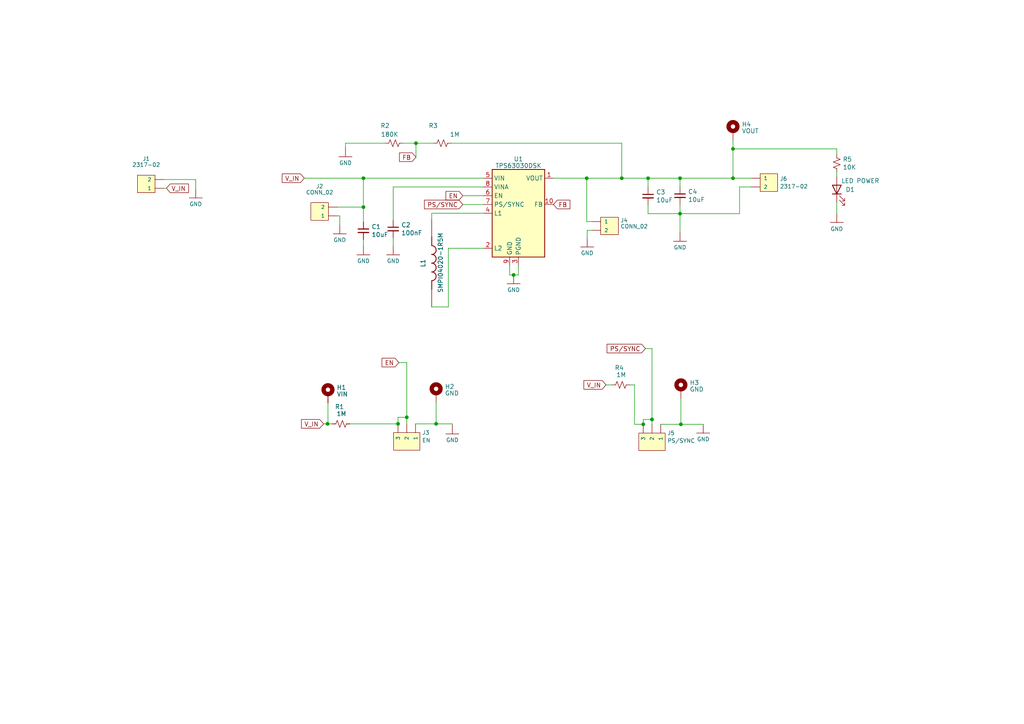
<source format=kicad_sch>
(kicad_sch (version 20230121) (generator eeschema)

  (uuid a6eb611b-401f-4727-a4d1-6e0d4c9005f5)

  (paper "A4")

  (title_block
    (title "TPS63030")
    (company "BOARDOZA YUNUS BEKAR")
  )

  (lib_symbols
    (symbol "CONN_02_1" (pin_numbers hide) (pin_names (offset 1.016)) (in_bom yes) (on_board yes)
      (property "Reference" "J" (at -5.08 5.08 0)
        (effects (font (size 1.143 1.143)) (justify left bottom))
      )
      (property "Value" "CONN_02" (at -5.08 -3.81 0)
        (effects (font (size 1.143 1.143)) (justify left bottom))
      )
      (property "Footprint" "1X02" (at 0 6.35 0)
        (effects (font (size 0.508 0.508)) hide)
      )
      (property "Datasheet" "" (at 0 0 0)
        (effects (font (size 1.27 1.27)) hide)
      )
      (property "Field4" "XXX-00000" (at 0 7.62 0)
        (effects (font (size 1.524 1.524)))
      )
      (property "ki_locked" "" (at 0 0 0)
        (effects (font (size 1.27 1.27)))
      )
      (property "ki_keywords" "PROD_ID:XXX-00000" (at 0 0 0)
        (effects (font (size 1.27 1.27)) hide)
      )
      (property "ki_description" "Multi connection point. Often used as Generic Header-pin footprint for 0.1 inch spaced/style header connections  <b>On any of the 0.1 inch spaced packages, you can populate with these:</b><ul><li><a href=\"https://www.sparkfun.com/products/116\"> Break Away Headers - Straight</a> (PRT-00116)</li><li><a href=\"https://www.sparkfun.com/products/553\"> Break Away Male Headers - Right Angle</a> (PRT-00553)</li><li><a href=\"https://www.sparkfun.com/products/115\"> Female Headers</a> (PRT-00115)</li><li><a href=\"https://www.sparkfun.com/products/117\"> Break Away Headers - Machine Pin</a> (PRT-00117)</li><li><a href=\"https://www.sparkfun.com/products/743\"> Break Away Female Headers - Swiss Machine Pin</a> (PRT-00743)</li></ul> <b> For SCREWTERMINALS and SPRING TERMINALS visit here:</b><ul><li><a href=\"https://www.sparkfun.com/search/results?term=Screw+Terminals\"> Screw Terimnals on SparkFun.com</a> (5mm/3.5mm/2.54mm spacing)</li></ul> <b>This device is also useful as a general connection point to wire up your design to another part of your project. Our various solder wires solder well into these plated through hole pads.</b><ul><li><a href=\"https://www.sparkfun.com/products/11375\"> Hook-Up Wire - Assortment (Stranded, 22 AWG)</a> (PRT-11375)</li><li><a href=\"https://www.sparkfun.com/products/11367\"> Hook-Up Wire - Assortment (Solid Core, 22 AWG)</a> (PRT-11367)</li><li><a href=\"https://www.sparkfun.com/categories/141\"> View the entire wire category on our website here</a></li> </ul> <b>Special notes:</b> Molex polarized connector foot print use with: PRT-08233 with associated crimp pins and housings.<br><br>2.54_SCREWTERM for use with  PRT-10571.<br><br>3.5mm Screw Terminal footprints for  PRT-08084<br><br>5mm Screw Terminal footprints for use with PRT-08432" (at 0 0 0)
        (effects (font (size 1.27 1.27)) hide)
      )
      (property "ki_fp_filters" "*1X02* *JST-2-PTH-NS* *1X02_NO_SILK* *SCREWTERMINAL-3.5MM-2* *SCREWTERMINAL-3.5MM-2-NS* *SCREWTERMINAL-3.5MM-2_LOCK* *SCREWTERMINAL-5MM-2* *JST-2-PTH* *JST-2-PTH-KIT* *1X02_LOCK* *1X02_LOCK_LONGPADS* *1X02_PP_HOLES_ONLY* *MOLEX-1X2* *MOLEX-1X2_LOCK* *1X02_LONGPADS* *1X02_XTRA_BIG* *1X02_RA_PTH_FEMALE* *SPRINGTERMINAL-2.54MM-2*" (at 0 0 0)
        (effects (font (size 1.27 1.27)) hide)
      )
      (symbol "CONN_02_1_1_0"
        (rectangle (start 0 -1.27) (end -5.08 3.81)
          (stroke (width 0) (type solid))
          (fill (type background))
        )
      )
      (symbol "CONN_02_1_1_1"
        (pin passive line (at 2.54 0 180) (length 2.54)
          (name "1" (effects (font (size 1.016 1.016))))
          (number "1" (effects (font (size 1.016 1.016))))
        )
        (pin passive line (at 2.54 2.54 180) (length 2.54)
          (name "2" (effects (font (size 1.016 1.016))))
          (number "2" (effects (font (size 1.016 1.016))))
        )
      )
    )
    (symbol "CONN_03_1" (pin_numbers hide) (pin_names (offset 1.016)) (in_bom yes) (on_board yes)
      (property "Reference" "J" (at -5.08 7.62 0)
        (effects (font (size 1.143 1.143)) (justify left bottom))
      )
      (property "Value" "CONN_03" (at -5.08 -3.81 0)
        (effects (font (size 1.143 1.143)) (justify left bottom))
      )
      (property "Footprint" "1X03" (at 0 10.16 0)
        (effects (font (size 0.508 0.508)) hide)
      )
      (property "Datasheet" "" (at 0 0 0)
        (effects (font (size 1.27 1.27)) hide)
      )
      (property "Field4" "XXX-00000" (at 0 11.43 0)
        (effects (font (size 1.524 1.524)))
      )
      (property "ki_locked" "" (at 0 0 0)
        (effects (font (size 1.27 1.27)))
      )
      (property "ki_keywords" "PROD_ID:XXX-00000" (at 0 0 0)
        (effects (font (size 1.27 1.27)) hide)
      )
      (property "ki_description" "Multi connection point. Often used as Generic Header-pin footprint for 0.1 inch spaced/style header connections  <b>On any of the 0.1 inch spaced packages, you can populate with these:</b><ul><li><a href=\"https://www.sparkfun.com/products/116\"> Break Away Headers - Straight</a> (PRT-00116)</li><li><a href=\"https://www.sparkfun.com/products/553\"> Break Away Male Headers - Right Angle</a> (PRT-00553)</li><li><a href=\"https://www.sparkfun.com/products/115\"> Female Headers</a> (PRT-00115)</li><li><a href=\"https://www.sparkfun.com/products/117\"> Break Away Headers - Machine Pin</a> (PRT-00117)</li><li><a href=\"https://www.sparkfun.com/products/743\"> Break Away Female Headers - Swiss Machine Pin</a> (PRT-00743)</li><li><a href=\"https://www.sparkfun.com/products/13875\"> Stackable Header - 3 Pin (Female, 0.1\")</a> (PRT-13875)</li></ul> <b> For SCREWTERMINALS and SPRING TERMINALS visit here:</b><ul><li><a href=\"https://www.sparkfun.com/search/results?term=Screw+Terminals\"> Screw Terimnals on SparkFun.com</a> (5mm/3.5mm/2.54mm spacing)</li></ul> <b>This device is also useful as a general connection point to wire up your design to another part of your project. Our various solder wires solder well into these plated through hole pads.</b><ul><li><a href=\"https://www.sparkfun.com/products/11375\"> Hook-Up Wire - Assortment (Stranded, 22 AWG)</a> (PRT-11375)</li><li><a href=\"https://www.sparkfun.com/products/11367\"> Hook-Up Wire - Assortment (Solid Core, 22 AWG)</a> (PRT-11367)</li><li><a href=\"https://www.sparkfun.com/categories/141\"> View the entire wire category on our website here</a></li> </ul> <b>Special notes:</b>     Molex polarized connector foot print use with SKU : PRT-08232 with associated crimp pins and housings." (at 0 0 0)
        (effects (font (size 1.27 1.27)) hide)
      )
      (property "ki_fp_filters" "*1X03* *SCREWTERMINAL-5MM-3* *1X03_NO_SILK* *1X03_SMD_RA_MALE_POST_SMALLER* *1X03_SMD_RA_MALE_POST_SMALLEST* *JST-3-PTH* *JST-3-PTH-NS* *JST-3-PTH-VERT* *JST-3-SMD* *1X03_LOCK* *1X03_LOCK_LONGPADS* *1X03_LOCK_NO_SILK* *1X03_LONGPADS* *1X03_PP_HOLES_ONLY* *MOLEX-1X3* *MOLEX-1X3_LOCK* *SCREWTERMINAL-3.5MM-3* *SCREWTERMINAL-3.5MM-3-NS* *SCREWTERMINAL-3.5MM-3_LOCK.007S* *1X03-1MM-RA* *1X03_SMD_RA_FEMALE* *1X03_SMD_RA_MALE* *1X03_SMD_RA_MALE_POST*" (at 0 0 0)
        (effects (font (size 1.27 1.27)) hide)
      )
      (symbol "CONN_03_1_0_1"
        (rectangle (start 0 -1.27) (end -5.08 6.35)
          (stroke (width 0) (type solid))
          (fill (type background))
        )
      )
      (symbol "CONN_03_1_1_1"
        (pin passive line (at 2.54 0 180) (length 2.54)
          (name "1" (effects (font (size 1.016 1.016))))
          (number "1" (effects (font (size 1.016 1.016))))
        )
        (pin passive line (at 2.54 2.54 180) (length 2.54)
          (name "2" (effects (font (size 1.016 1.016))))
          (number "2" (effects (font (size 1.016 1.016))))
        )
        (pin passive line (at 2.54 5.08 180) (length 2.54)
          (name "3" (effects (font (size 1.016 1.016))))
          (number "3" (effects (font (size 1.016 1.016))))
        )
      )
    )
    (symbol "Device:C_Small" (pin_numbers hide) (pin_names (offset 0.254) hide) (in_bom yes) (on_board yes)
      (property "Reference" "C" (at 0.254 1.778 0)
        (effects (font (size 1.27 1.27)) (justify left))
      )
      (property "Value" "C_Small" (at 0.254 -2.032 0)
        (effects (font (size 1.27 1.27)) (justify left))
      )
      (property "Footprint" "" (at 0 0 0)
        (effects (font (size 1.27 1.27)) hide)
      )
      (property "Datasheet" "~" (at 0 0 0)
        (effects (font (size 1.27 1.27)) hide)
      )
      (property "ki_keywords" "capacitor cap" (at 0 0 0)
        (effects (font (size 1.27 1.27)) hide)
      )
      (property "ki_description" "Unpolarized capacitor, small symbol" (at 0 0 0)
        (effects (font (size 1.27 1.27)) hide)
      )
      (property "ki_fp_filters" "C_*" (at 0 0 0)
        (effects (font (size 1.27 1.27)) hide)
      )
      (symbol "C_Small_0_1"
        (polyline
          (pts
            (xy -1.524 -0.508)
            (xy 1.524 -0.508)
          )
          (stroke (width 0.3302) (type default))
          (fill (type none))
        )
        (polyline
          (pts
            (xy -1.524 0.508)
            (xy 1.524 0.508)
          )
          (stroke (width 0.3048) (type default))
          (fill (type none))
        )
      )
      (symbol "C_Small_1_1"
        (pin passive line (at 0 2.54 270) (length 2.032)
          (name "~" (effects (font (size 1.27 1.27))))
          (number "1" (effects (font (size 1.27 1.27))))
        )
        (pin passive line (at 0 -2.54 90) (length 2.032)
          (name "~" (effects (font (size 1.27 1.27))))
          (number "2" (effects (font (size 1.27 1.27))))
        )
      )
    )
    (symbol "Device:LED" (pin_numbers hide) (pin_names (offset 1.016) hide) (in_bom yes) (on_board yes)
      (property "Reference" "D" (at 0 2.54 0)
        (effects (font (size 1.27 1.27)))
      )
      (property "Value" "LED" (at 0 -2.54 0)
        (effects (font (size 1.27 1.27)))
      )
      (property "Footprint" "" (at 0 0 0)
        (effects (font (size 1.27 1.27)) hide)
      )
      (property "Datasheet" "~" (at 0 0 0)
        (effects (font (size 1.27 1.27)) hide)
      )
      (property "ki_keywords" "LED diode" (at 0 0 0)
        (effects (font (size 1.27 1.27)) hide)
      )
      (property "ki_description" "Light emitting diode" (at 0 0 0)
        (effects (font (size 1.27 1.27)) hide)
      )
      (property "ki_fp_filters" "LED* LED_SMD:* LED_THT:*" (at 0 0 0)
        (effects (font (size 1.27 1.27)) hide)
      )
      (symbol "LED_0_1"
        (polyline
          (pts
            (xy -1.27 -1.27)
            (xy -1.27 1.27)
          )
          (stroke (width 0.254) (type default))
          (fill (type none))
        )
        (polyline
          (pts
            (xy -1.27 0)
            (xy 1.27 0)
          )
          (stroke (width 0) (type default))
          (fill (type none))
        )
        (polyline
          (pts
            (xy 1.27 -1.27)
            (xy 1.27 1.27)
            (xy -1.27 0)
            (xy 1.27 -1.27)
          )
          (stroke (width 0.254) (type default))
          (fill (type none))
        )
        (polyline
          (pts
            (xy -3.048 -0.762)
            (xy -4.572 -2.286)
            (xy -3.81 -2.286)
            (xy -4.572 -2.286)
            (xy -4.572 -1.524)
          )
          (stroke (width 0) (type default))
          (fill (type none))
        )
        (polyline
          (pts
            (xy -1.778 -0.762)
            (xy -3.302 -2.286)
            (xy -2.54 -2.286)
            (xy -3.302 -2.286)
            (xy -3.302 -1.524)
          )
          (stroke (width 0) (type default))
          (fill (type none))
        )
      )
      (symbol "LED_1_1"
        (pin passive line (at -3.81 0 0) (length 2.54)
          (name "K" (effects (font (size 1.27 1.27))))
          (number "1" (effects (font (size 1.27 1.27))))
        )
        (pin passive line (at 3.81 0 180) (length 2.54)
          (name "A" (effects (font (size 1.27 1.27))))
          (number "2" (effects (font (size 1.27 1.27))))
        )
      )
    )
    (symbol "Device:R_Small_US" (pin_numbers hide) (pin_names (offset 0.254) hide) (in_bom yes) (on_board yes)
      (property "Reference" "R" (at 0.762 0.508 0)
        (effects (font (size 1.27 1.27)) (justify left))
      )
      (property "Value" "R_Small_US" (at 0.762 -1.016 0)
        (effects (font (size 1.27 1.27)) (justify left))
      )
      (property "Footprint" "" (at 0 0 0)
        (effects (font (size 1.27 1.27)) hide)
      )
      (property "Datasheet" "~" (at 0 0 0)
        (effects (font (size 1.27 1.27)) hide)
      )
      (property "ki_keywords" "r resistor" (at 0 0 0)
        (effects (font (size 1.27 1.27)) hide)
      )
      (property "ki_description" "Resistor, small US symbol" (at 0 0 0)
        (effects (font (size 1.27 1.27)) hide)
      )
      (property "ki_fp_filters" "R_*" (at 0 0 0)
        (effects (font (size 1.27 1.27)) hide)
      )
      (symbol "R_Small_US_1_1"
        (polyline
          (pts
            (xy 0 0)
            (xy 1.016 -0.381)
            (xy 0 -0.762)
            (xy -1.016 -1.143)
            (xy 0 -1.524)
          )
          (stroke (width 0) (type default))
          (fill (type none))
        )
        (polyline
          (pts
            (xy 0 1.524)
            (xy 1.016 1.143)
            (xy 0 0.762)
            (xy -1.016 0.381)
            (xy 0 0)
          )
          (stroke (width 0) (type default))
          (fill (type none))
        )
        (pin passive line (at 0 2.54 270) (length 1.016)
          (name "~" (effects (font (size 1.27 1.27))))
          (number "1" (effects (font (size 1.27 1.27))))
        )
        (pin passive line (at 0 -2.54 90) (length 1.016)
          (name "~" (effects (font (size 1.27 1.27))))
          (number "2" (effects (font (size 1.27 1.27))))
        )
      )
    )
    (symbol "Mechanical:MountingHole_Pad" (pin_numbers hide) (pin_names (offset 1.016) hide) (in_bom yes) (on_board yes)
      (property "Reference" "H" (at 0 6.35 0)
        (effects (font (size 1.27 1.27)))
      )
      (property "Value" "MountingHole_Pad" (at 0 4.445 0)
        (effects (font (size 1.27 1.27)))
      )
      (property "Footprint" "" (at 0 0 0)
        (effects (font (size 1.27 1.27)) hide)
      )
      (property "Datasheet" "~" (at 0 0 0)
        (effects (font (size 1.27 1.27)) hide)
      )
      (property "ki_keywords" "mounting hole" (at 0 0 0)
        (effects (font (size 1.27 1.27)) hide)
      )
      (property "ki_description" "Mounting Hole with connection" (at 0 0 0)
        (effects (font (size 1.27 1.27)) hide)
      )
      (property "ki_fp_filters" "MountingHole*Pad*" (at 0 0 0)
        (effects (font (size 1.27 1.27)) hide)
      )
      (symbol "MountingHole_Pad_0_1"
        (circle (center 0 1.27) (radius 1.27)
          (stroke (width 1.27) (type default))
          (fill (type none))
        )
      )
      (symbol "MountingHole_Pad_1_1"
        (pin input line (at 0 -2.54 90) (length 2.54)
          (name "1" (effects (font (size 1.27 1.27))))
          (number "1" (effects (font (size 1.27 1.27))))
        )
      )
    )
    (symbol "Regulator_Switching:TPS63030DSK" (in_bom yes) (on_board yes)
      (property "Reference" "U" (at -7.62 13.97 0)
        (effects (font (size 1.27 1.27)) (justify left))
      )
      (property "Value" "TPS63030DSK" (at 5.08 13.97 0)
        (effects (font (size 1.27 1.27)))
      )
      (property "Footprint" "Package_SON:WSON-10-1EP_2.5x2.5mm_P0.5mm_EP1.2x2mm" (at 21.59 -13.97 0)
        (effects (font (size 1.27 1.27)) hide)
      )
      (property "Datasheet" "http://www.ti.com/lit/ds/symlink/tps63030.pdf" (at -7.62 13.97 0)
        (effects (font (size 1.27 1.27)) hide)
      )
      (property "ki_keywords" "Buck-Boost adjustable converter" (at 0 0 0)
        (effects (font (size 1.27 1.27)) hide)
      )
      (property "ki_description" "Buck-Boost Converter, 1.8-5.5V Input Voltage, 1A Switch Current, Adjustable Output Voltage, VSON-10 (DSK0010A)" (at 0 0 0)
        (effects (font (size 1.27 1.27)) hide)
      )
      (property "ki_fp_filters" "WSON*1EP*2.5x2.5mm*P0.5mm*EP1.2x2mm*" (at 0 0 0)
        (effects (font (size 1.27 1.27)) hide)
      )
      (symbol "TPS63030DSK_0_1"
        (rectangle (start -7.62 12.7) (end 7.62 -12.7)
          (stroke (width 0.254) (type default))
          (fill (type background))
        )
      )
      (symbol "TPS63030DSK_1_1"
        (pin power_out line (at 10.16 10.16 180) (length 2.54)
          (name "VOUT" (effects (font (size 1.27 1.27))))
          (number "1" (effects (font (size 1.27 1.27))))
        )
        (pin input line (at 10.16 2.54 180) (length 2.54)
          (name "FB" (effects (font (size 1.27 1.27))))
          (number "10" (effects (font (size 1.27 1.27))))
        )
        (pin passive line (at 0 -15.24 90) (length 2.54) hide
          (name "PGND" (effects (font (size 1.27 1.27))))
          (number "11" (effects (font (size 1.27 1.27))))
        )
        (pin input line (at -10.16 -10.16 0) (length 2.54)
          (name "L2" (effects (font (size 1.27 1.27))))
          (number "2" (effects (font (size 1.27 1.27))))
        )
        (pin power_in line (at 0 -15.24 90) (length 2.54)
          (name "PGND" (effects (font (size 1.27 1.27))))
          (number "3" (effects (font (size 1.27 1.27))))
        )
        (pin input line (at -10.16 0 0) (length 2.54)
          (name "L1" (effects (font (size 1.27 1.27))))
          (number "4" (effects (font (size 1.27 1.27))))
        )
        (pin power_in line (at -10.16 10.16 0) (length 2.54)
          (name "VIN" (effects (font (size 1.27 1.27))))
          (number "5" (effects (font (size 1.27 1.27))))
        )
        (pin input line (at -10.16 5.08 0) (length 2.54)
          (name "EN" (effects (font (size 1.27 1.27))))
          (number "6" (effects (font (size 1.27 1.27))))
        )
        (pin input line (at -10.16 2.54 0) (length 2.54)
          (name "PS/SYNC" (effects (font (size 1.27 1.27))))
          (number "7" (effects (font (size 1.27 1.27))))
        )
        (pin passive line (at -10.16 7.62 0) (length 2.54)
          (name "VINA" (effects (font (size 1.27 1.27))))
          (number "8" (effects (font (size 1.27 1.27))))
        )
        (pin power_in line (at -2.54 -15.24 90) (length 2.54)
          (name "GND" (effects (font (size 1.27 1.27))))
          (number "9" (effects (font (size 1.27 1.27))))
        )
      )
    )
    (symbol "SparkFun-Connectors:CONN_02" (pin_numbers hide) (pin_names (offset 1.016)) (in_bom yes) (on_board yes)
      (property "Reference" "J" (at -5.08 5.08 0)
        (effects (font (size 1.143 1.143)) (justify left bottom))
      )
      (property "Value" "CONN_02" (at -5.08 -3.81 0)
        (effects (font (size 1.143 1.143)) (justify left bottom))
      )
      (property "Footprint" "1X02" (at 0 6.35 0)
        (effects (font (size 0.508 0.508)) hide)
      )
      (property "Datasheet" "" (at 0 0 0)
        (effects (font (size 1.27 1.27)) hide)
      )
      (property "Field4" "XXX-00000" (at 0 7.62 0)
        (effects (font (size 1.524 1.524)))
      )
      (property "ki_locked" "" (at 0 0 0)
        (effects (font (size 1.27 1.27)))
      )
      (property "ki_keywords" "PROD_ID:XXX-00000" (at 0 0 0)
        (effects (font (size 1.27 1.27)) hide)
      )
      (property "ki_description" "Multi connection point. Often used as Generic Header-pin footprint for 0.1 inch spaced/style header connections  <b>On any of the 0.1 inch spaced packages, you can populate with these:</b><ul><li><a href=\"https://www.sparkfun.com/products/116\"> Break Away Headers - Straight</a> (PRT-00116)</li><li><a href=\"https://www.sparkfun.com/products/553\"> Break Away Male Headers - Right Angle</a> (PRT-00553)</li><li><a href=\"https://www.sparkfun.com/products/115\"> Female Headers</a> (PRT-00115)</li><li><a href=\"https://www.sparkfun.com/products/117\"> Break Away Headers - Machine Pin</a> (PRT-00117)</li><li><a href=\"https://www.sparkfun.com/products/743\"> Break Away Female Headers - Swiss Machine Pin</a> (PRT-00743)</li></ul> <b> For SCREWTERMINALS and SPRING TERMINALS visit here:</b><ul><li><a href=\"https://www.sparkfun.com/search/results?term=Screw+Terminals\"> Screw Terimnals on SparkFun.com</a> (5mm/3.5mm/2.54mm spacing)</li></ul> <b>This device is also useful as a general connection point to wire up your design to another part of your project. Our various solder wires solder well into these plated through hole pads.</b><ul><li><a href=\"https://www.sparkfun.com/products/11375\"> Hook-Up Wire - Assortment (Stranded, 22 AWG)</a> (PRT-11375)</li><li><a href=\"https://www.sparkfun.com/products/11367\"> Hook-Up Wire - Assortment (Solid Core, 22 AWG)</a> (PRT-11367)</li><li><a href=\"https://www.sparkfun.com/categories/141\"> View the entire wire category on our website here</a></li> </ul> <b>Special notes:</b> Molex polarized connector foot print use with: PRT-08233 with associated crimp pins and housings.<br><br>2.54_SCREWTERM for use with  PRT-10571.<br><br>3.5mm Screw Terminal footprints for  PRT-08084<br><br>5mm Screw Terminal footprints for use with PRT-08432" (at 0 0 0)
        (effects (font (size 1.27 1.27)) hide)
      )
      (property "ki_fp_filters" "*1X02* *JST-2-PTH-NS* *1X02_NO_SILK* *SCREWTERMINAL-3.5MM-2* *SCREWTERMINAL-3.5MM-2-NS* *SCREWTERMINAL-3.5MM-2_LOCK* *SCREWTERMINAL-5MM-2* *JST-2-PTH* *JST-2-PTH-KIT* *1X02_LOCK* *1X02_LOCK_LONGPADS* *1X02_PP_HOLES_ONLY* *MOLEX-1X2* *MOLEX-1X2_LOCK* *1X02_LONGPADS* *1X02_XTRA_BIG* *1X02_RA_PTH_FEMALE* *SPRINGTERMINAL-2.54MM-2*" (at 0 0 0)
        (effects (font (size 1.27 1.27)) hide)
      )
      (symbol "CONN_02_1_0"
        (rectangle (start 0 -1.27) (end -5.08 3.81)
          (stroke (width 0) (type solid))
          (fill (type background))
        )
      )
      (symbol "CONN_02_1_1"
        (pin passive line (at 2.54 0 180) (length 2.54)
          (name "1" (effects (font (size 1.016 1.016))))
          (number "1" (effects (font (size 1.016 1.016))))
        )
        (pin passive line (at 2.54 2.54 180) (length 2.54)
          (name "2" (effects (font (size 1.016 1.016))))
          (number "2" (effects (font (size 1.016 1.016))))
        )
      )
    )
    (symbol "SparkFun-Connectors:CONN_03" (pin_numbers hide) (pin_names (offset 1.016)) (in_bom yes) (on_board yes)
      (property "Reference" "J" (at -5.08 7.62 0)
        (effects (font (size 1.143 1.143)) (justify left bottom))
      )
      (property "Value" "CONN_03" (at -5.08 -3.81 0)
        (effects (font (size 1.143 1.143)) (justify left bottom))
      )
      (property "Footprint" "1X03" (at 0 10.16 0)
        (effects (font (size 0.508 0.508)) hide)
      )
      (property "Datasheet" "" (at 0 0 0)
        (effects (font (size 1.27 1.27)) hide)
      )
      (property "Field4" "XXX-00000" (at 0 11.43 0)
        (effects (font (size 1.524 1.524)))
      )
      (property "ki_locked" "" (at 0 0 0)
        (effects (font (size 1.27 1.27)))
      )
      (property "ki_keywords" "PROD_ID:XXX-00000" (at 0 0 0)
        (effects (font (size 1.27 1.27)) hide)
      )
      (property "ki_description" "Multi connection point. Often used as Generic Header-pin footprint for 0.1 inch spaced/style header connections  <b>On any of the 0.1 inch spaced packages, you can populate with these:</b><ul><li><a href=\"https://www.sparkfun.com/products/116\"> Break Away Headers - Straight</a> (PRT-00116)</li><li><a href=\"https://www.sparkfun.com/products/553\"> Break Away Male Headers - Right Angle</a> (PRT-00553)</li><li><a href=\"https://www.sparkfun.com/products/115\"> Female Headers</a> (PRT-00115)</li><li><a href=\"https://www.sparkfun.com/products/117\"> Break Away Headers - Machine Pin</a> (PRT-00117)</li><li><a href=\"https://www.sparkfun.com/products/743\"> Break Away Female Headers - Swiss Machine Pin</a> (PRT-00743)</li><li><a href=\"https://www.sparkfun.com/products/13875\"> Stackable Header - 3 Pin (Female, 0.1\")</a> (PRT-13875)</li></ul> <b> For SCREWTERMINALS and SPRING TERMINALS visit here:</b><ul><li><a href=\"https://www.sparkfun.com/search/results?term=Screw+Terminals\"> Screw Terimnals on SparkFun.com</a> (5mm/3.5mm/2.54mm spacing)</li></ul> <b>This device is also useful as a general connection point to wire up your design to another part of your project. Our various solder wires solder well into these plated through hole pads.</b><ul><li><a href=\"https://www.sparkfun.com/products/11375\"> Hook-Up Wire - Assortment (Stranded, 22 AWG)</a> (PRT-11375)</li><li><a href=\"https://www.sparkfun.com/products/11367\"> Hook-Up Wire - Assortment (Solid Core, 22 AWG)</a> (PRT-11367)</li><li><a href=\"https://www.sparkfun.com/categories/141\"> View the entire wire category on our website here</a></li> </ul> <b>Special notes:</b>     Molex polarized connector foot print use with SKU : PRT-08232 with associated crimp pins and housings." (at 0 0 0)
        (effects (font (size 1.27 1.27)) hide)
      )
      (property "ki_fp_filters" "*1X03* *SCREWTERMINAL-5MM-3* *1X03_NO_SILK* *1X03_SMD_RA_MALE_POST_SMALLER* *1X03_SMD_RA_MALE_POST_SMALLEST* *JST-3-PTH* *JST-3-PTH-NS* *JST-3-PTH-VERT* *JST-3-SMD* *1X03_LOCK* *1X03_LOCK_LONGPADS* *1X03_LOCK_NO_SILK* *1X03_LONGPADS* *1X03_PP_HOLES_ONLY* *MOLEX-1X3* *MOLEX-1X3_LOCK* *SCREWTERMINAL-3.5MM-3* *SCREWTERMINAL-3.5MM-3-NS* *SCREWTERMINAL-3.5MM-3_LOCK.007S* *1X03-1MM-RA* *1X03_SMD_RA_FEMALE* *1X03_SMD_RA_MALE* *1X03_SMD_RA_MALE_POST*" (at 0 0 0)
        (effects (font (size 1.27 1.27)) hide)
      )
      (symbol "CONN_03_0_1"
        (rectangle (start 0 -1.27) (end -5.08 6.35)
          (stroke (width 0) (type solid))
          (fill (type background))
        )
      )
      (symbol "CONN_03_1_1"
        (pin passive line (at 2.54 0 180) (length 2.54)
          (name "1" (effects (font (size 1.016 1.016))))
          (number "1" (effects (font (size 1.016 1.016))))
        )
        (pin passive line (at 2.54 2.54 180) (length 2.54)
          (name "2" (effects (font (size 1.016 1.016))))
          (number "2" (effects (font (size 1.016 1.016))))
        )
        (pin passive line (at 2.54 5.08 180) (length 2.54)
          (name "3" (effects (font (size 1.016 1.016))))
          (number "3" (effects (font (size 1.016 1.016))))
        )
      )
    )
    (symbol "SparkFun-PowerSymbols:GND" (power) (pin_numbers hide) (pin_names (offset 1.016) hide) (in_bom yes) (on_board yes)
      (property "Reference" "#GND" (at 1.27 -1.27 0)
        (effects (font (size 1.143 1.143)) (justify left bottom) hide)
      )
      (property "Value" "GND" (at -1.778 -5.08 0)
        (effects (font (size 1.143 1.143)) (justify left bottom))
      )
      (property "Footprint" "" (at 0 -2.54 0)
        (effects (font (size 1.524 1.524)) hide)
      )
      (property "Datasheet" "" (at 0 -2.54 0)
        (effects (font (size 1.524 1.524)) hide)
      )
      (property "ki_locked" "" (at 0 0 0)
        (effects (font (size 1.27 1.27)))
      )
      (property "ki_keywords" "PROD_ID:XXX-00000" (at 0 0 0)
        (effects (font (size 1.27 1.27)) hide)
      )
      (property "ki_description" "Ground Supply Symbol Generic signal ground supply symbol." (at 0 0 0)
        (effects (font (size 1.27 1.27)) hide)
      )
      (symbol "GND_1_0"
        (polyline
          (pts
            (xy -1.905 -2.54)
            (xy 1.905 -2.54)
          )
          (stroke (width 0) (type solid))
          (fill (type none))
        )
        (polyline
          (pts
            (xy 0 0)
            (xy 0 -2.54)
          )
          (stroke (width 0) (type solid))
          (fill (type none))
        )
      )
      (symbol "GND_1_1"
        (pin power_in line (at 0 0 270) (length 0) hide
          (name "GND" (effects (font (size 1.016 1.016))))
          (number "~" (effects (font (size 1.016 1.016))))
        )
      )
    )
    (symbol "XFL4020-102MEC:XFL4020-102MEC" (pin_numbers hide) (pin_names (offset 1.016) hide) (in_bom yes) (on_board yes)
      (property "Reference" "L" (at -5.08 2.54 0)
        (effects (font (size 1.27 1.27)) (justify left bottom))
      )
      (property "Value" "XFL4020-102MEC" (at -5.08 -2.54 0)
        (effects (font (size 1.27 1.27)) (justify left bottom))
      )
      (property "Footprint" "IND_XFL4020-102MEC" (at 0 0 0)
        (effects (font (size 1.27 1.27)) (justify left bottom) hide)
      )
      (property "Datasheet" "" (at 0 0 0)
        (effects (font (size 1.27 1.27)) (justify left bottom) hide)
      )
      (property "DESCRIPTION" "Power inductor, shielded, 20% tol, SMT, RoHS, halogen free" (at 0 0 0)
        (effects (font (size 1.27 1.27)) (justify left bottom) hide)
      )
      (property "MAXIMUM_PACKAGE_HEIGHT" "2.1mm" (at 0 0 0)
        (effects (font (size 1.27 1.27)) (justify left bottom) hide)
      )
      (property "MANUFACTURER" "Coilcraft" (at 0 0 0)
        (effects (font (size 1.27 1.27)) (justify left bottom) hide)
      )
      (property "PARTREV" "11/02/18" (at 0 0 0)
        (effects (font (size 1.27 1.27)) (justify left bottom) hide)
      )
      (property "STANDARD" "Manufacturer Recommendations" (at 0 0 0)
        (effects (font (size 1.27 1.27)) (justify left bottom) hide)
      )
      (property "ki_locked" "" (at 0 0 0)
        (effects (font (size 1.27 1.27)))
      )
      (symbol "XFL4020-102MEC_0_0"
        (arc (start -5.08 0) (mid -3.81 -1.2645) (end -2.54 0)
          (stroke (width 0.254) (type solid))
          (fill (type none))
        )
        (arc (start -2.54 0) (mid -1.27 -1.2645) (end 0 0)
          (stroke (width 0.254) (type solid))
          (fill (type none))
        )
        (polyline
          (pts
            (xy -5.08 0)
            (xy -7.62 0)
          )
          (stroke (width 0.254) (type solid))
          (fill (type none))
        )
        (polyline
          (pts
            (xy 5.08 0)
            (xy 7.62 0)
          )
          (stroke (width 0.254) (type solid))
          (fill (type none))
        )
        (arc (start 0 0) (mid 1.27 -1.2645) (end 2.54 0)
          (stroke (width 0.254) (type solid))
          (fill (type none))
        )
        (arc (start 2.54 0) (mid 3.81 -1.2645) (end 5.08 0)
          (stroke (width 0.254) (type solid))
          (fill (type none))
        )
        (pin passive line (at -12.7 0 0) (length 5.08)
          (name "~" (effects (font (size 1.016 1.016))))
          (number "1" (effects (font (size 1.016 1.016))))
        )
        (pin passive line (at 12.7 0 180) (length 5.08)
          (name "~" (effects (font (size 1.016 1.016))))
          (number "2" (effects (font (size 1.016 1.016))))
        )
      )
    )
  )

  (junction (at 180.34 51.689) (diameter 0) (color 0 0 0 0)
    (uuid 0d478576-eca5-44fd-8f77-68d866f612cc)
  )
  (junction (at 117.983 121.031) (diameter 0) (color 0 0 0 0)
    (uuid 15f1377e-9a35-481b-a33f-e2e0b9d03a6b)
  )
  (junction (at 186.563 123.063) (diameter 0) (color 0 0 0 0)
    (uuid 2b6ae054-49e6-4329-9829-3797b548e519)
  )
  (junction (at 105.41 60.071) (diameter 0) (color 0 0 0 0)
    (uuid 34b33701-d809-403f-abdd-994b6e1877a1)
  )
  (junction (at 197.231 61.976) (diameter 0) (color 0 0 0 0)
    (uuid 4b88419f-fcbe-4eb1-8898-09f4c4e16483)
  )
  (junction (at 120.65 41.529) (diameter 0) (color 0 0 0 0)
    (uuid 6298b61b-60af-4a90-beae-dd5bb5f688cc)
  )
  (junction (at 212.598 43.18) (diameter 0) (color 0 0 0 0)
    (uuid 74a8f9e4-d323-49ab-a180-fce3d178d5ed)
  )
  (junction (at 197.485 123.063) (diameter 0) (color 0 0 0 0)
    (uuid b41b1226-780b-45f1-b58e-a92a2fb487ce)
  )
  (junction (at 212.598 51.689) (diameter 0) (color 0 0 0 0)
    (uuid c7b4f172-f5f4-451c-802a-2dbef1fb595f)
  )
  (junction (at 105.41 51.689) (diameter 0) (color 0 0 0 0)
    (uuid ded7e2bf-abde-4154-b8ed-aaed5272fd21)
  )
  (junction (at 94.996 122.936) (diameter 0) (color 0 0 0 0)
    (uuid e12a3616-e835-4b3a-b193-c23f5dac284b)
  )
  (junction (at 189.103 121.666) (diameter 0) (color 0 0 0 0)
    (uuid e639f4bc-bb8f-4a64-8f26-1a17f286b85e)
  )
  (junction (at 197.231 51.689) (diameter 0) (color 0 0 0 0)
    (uuid ec136927-c820-4eba-9f14-1cc20995fd57)
  )
  (junction (at 148.971 79.756) (diameter 0) (color 0 0 0 0)
    (uuid ec57f84b-a5b1-4bd9-8a41-b8177ccd5374)
  )
  (junction (at 187.96 51.689) (diameter 0) (color 0 0 0 0)
    (uuid edd062f1-51d2-4ac0-b4d5-cea33458f39d)
  )
  (junction (at 170.18 51.689) (diameter 0) (color 0 0 0 0)
    (uuid ee28eb88-576d-4cd9-984f-99c2692df5fc)
  )
  (junction (at 126.492 122.936) (diameter 0) (color 0 0 0 0)
    (uuid f31eb2a0-ea87-41cb-8d0c-7ae56f7d1291)
  )
  (junction (at 115.443 122.936) (diameter 0) (color 0 0 0 0)
    (uuid f984fb8d-7ee3-4a02-9bbe-55f3dafb4813)
  )

  (wire (pts (xy 187.96 59.436) (xy 187.96 61.976))
    (stroke (width 0) (type default))
    (uuid 05a073f8-109b-4107-8c39-2ed68ec58995)
  )
  (wire (pts (xy 125.222 63.627) (xy 125.222 61.849))
    (stroke (width 0) (type default))
    (uuid 0785ddb1-251a-4af7-81ac-477b93cc7de4)
  )
  (wire (pts (xy 98.552 62.611) (xy 97.79 62.611))
    (stroke (width 0) (type default))
    (uuid 09b4d325-c326-4ea7-9215-0c56ed5f5562)
  )
  (wire (pts (xy 134.239 56.769) (xy 140.208 56.769))
    (stroke (width 0) (type default))
    (uuid 0d907cf7-7538-46dd-a96c-24a7d342df4b)
  )
  (wire (pts (xy 187.96 61.976) (xy 197.231 61.976))
    (stroke (width 0) (type default))
    (uuid 0e79367a-bd74-4a54-ba4c-88652a724fc7)
  )
  (wire (pts (xy 97.79 60.071) (xy 105.41 60.071))
    (stroke (width 0) (type default))
    (uuid 0ec742f0-23c9-4935-bcce-bdbe9d27aa69)
  )
  (wire (pts (xy 184.023 111.633) (xy 184.023 123.063))
    (stroke (width 0) (type default))
    (uuid 141bc802-aa39-4c77-ba64-4f6afd632d8e)
  )
  (wire (pts (xy 100.203 41.529) (xy 111.76 41.529))
    (stroke (width 0) (type default))
    (uuid 156ecc2c-c717-4421-ae9d-ee35725cf44d)
  )
  (wire (pts (xy 114.046 68.961) (xy 114.046 71.374))
    (stroke (width 0) (type default))
    (uuid 1817932f-7ffc-4f4f-a316-598b469ca749)
  )
  (wire (pts (xy 212.598 51.689) (xy 217.932 51.689))
    (stroke (width 0) (type default))
    (uuid 1869efde-15f0-4e9c-ab19-4a84c9f9622b)
  )
  (wire (pts (xy 187.96 51.689) (xy 197.231 51.689))
    (stroke (width 0) (type default))
    (uuid 193490e1-3f42-4b8e-8efc-8681a3256605)
  )
  (wire (pts (xy 197.485 115.443) (xy 197.485 123.063))
    (stroke (width 0) (type default))
    (uuid 1c6372a0-4b52-47b8-a8c8-59cb46d07065)
  )
  (wire (pts (xy 214.503 54.229) (xy 214.503 61.976))
    (stroke (width 0) (type default))
    (uuid 1cae9cbc-7876-447d-ae8d-9f1451afc5ef)
  )
  (wire (pts (xy 189.103 121.666) (xy 189.103 123.063))
    (stroke (width 0) (type default))
    (uuid 25ff3532-3f43-4ba1-931a-5ab9d8a9fe04)
  )
  (wire (pts (xy 197.231 61.976) (xy 214.503 61.976))
    (stroke (width 0) (type default))
    (uuid 269c8b35-b7c7-4abc-b849-80d4511eb5e1)
  )
  (wire (pts (xy 180.34 41.529) (xy 180.34 51.689))
    (stroke (width 0) (type default))
    (uuid 2bb9ee62-3c1e-41b4-86d5-69d925697f6f)
  )
  (wire (pts (xy 186.563 123.063) (xy 186.563 121.666))
    (stroke (width 0) (type default))
    (uuid 2c1e2982-7980-4ac9-9e02-5fdf37cd7f04)
  )
  (wire (pts (xy 187.198 101.092) (xy 189.103 101.092))
    (stroke (width 0) (type default))
    (uuid 2dd6eb7d-f53b-4f14-b621-f029751d3d36)
  )
  (wire (pts (xy 115.697 105.156) (xy 117.983 105.156))
    (stroke (width 0) (type default))
    (uuid 2f0e9f32-c463-4af7-8b08-bc79cff22292)
  )
  (wire (pts (xy 120.65 41.529) (xy 125.73 41.529))
    (stroke (width 0) (type default))
    (uuid 31c587aa-740e-4cca-9783-7f270f873e89)
  )
  (wire (pts (xy 56.769 52.07) (xy 47.498 52.07))
    (stroke (width 0) (type default))
    (uuid 32b4c9e5-fd7b-4ca8-a1ca-06a3553106ef)
  )
  (wire (pts (xy 160.528 51.689) (xy 170.18 51.689))
    (stroke (width 0) (type default))
    (uuid 36c5f1a0-f08d-4bc6-bb84-be48f0c547d5)
  )
  (wire (pts (xy 98.552 65.278) (xy 98.552 62.611))
    (stroke (width 0) (type default))
    (uuid 3f2537e5-a199-4059-a63b-77c28b582841)
  )
  (wire (pts (xy 171.704 64.262) (xy 170.18 64.262))
    (stroke (width 0) (type default))
    (uuid 4380ecad-d735-4619-b058-726dae090617)
  )
  (wire (pts (xy 131.191 122.936) (xy 131.191 123.317))
    (stroke (width 0) (type default))
    (uuid 4ad9fd6e-1998-42cf-9ecb-21dcb0049922)
  )
  (wire (pts (xy 94.996 122.809) (xy 94.996 122.936))
    (stroke (width 0) (type default))
    (uuid 56d380b0-356c-40d1-b4ce-c3ef4ee2839a)
  )
  (wire (pts (xy 125.222 89.027) (xy 130.048 89.027))
    (stroke (width 0) (type default))
    (uuid 5a6600f0-9646-4a88-b609-a70bfeb357b2)
  )
  (wire (pts (xy 186.563 121.666) (xy 189.103 121.666))
    (stroke (width 0) (type default))
    (uuid 6048e7cd-6dd7-4615-bb8c-708c73ca5ad2)
  )
  (wire (pts (xy 147.828 79.756) (xy 148.971 79.756))
    (stroke (width 0) (type default))
    (uuid 6108c22e-c40d-4e23-b356-86195098649b)
  )
  (wire (pts (xy 170.307 69.088) (xy 170.307 66.802))
    (stroke (width 0) (type default))
    (uuid 61899723-bfa4-42d7-8c14-e7ea69d60d61)
  )
  (wire (pts (xy 95.123 116.84) (xy 95.123 122.809))
    (stroke (width 0) (type default))
    (uuid 618fb721-2050-4d8e-a67c-903ae11fe1be)
  )
  (wire (pts (xy 95.123 122.809) (xy 94.996 122.809))
    (stroke (width 0) (type default))
    (uuid 61a5a061-18e9-424f-8f6a-1a1425b91779)
  )
  (wire (pts (xy 212.598 43.18) (xy 242.697 43.18))
    (stroke (width 0) (type default))
    (uuid 66e8451c-5ca4-4f32-8a4b-23c60eb77697)
  )
  (wire (pts (xy 177.546 111.633) (xy 175.768 111.633))
    (stroke (width 0) (type default))
    (uuid 685b34a0-b55f-4d76-a6eb-e447373039fc)
  )
  (wire (pts (xy 242.697 43.18) (xy 242.697 44.831))
    (stroke (width 0) (type default))
    (uuid 6b9c5ba0-9dab-49db-aaf6-ffee3cf2428b)
  )
  (wire (pts (xy 191.643 123.063) (xy 197.485 123.063))
    (stroke (width 0) (type default))
    (uuid 6f35558e-3d6c-4423-bc9b-b85bb5fecab3)
  )
  (wire (pts (xy 170.18 51.689) (xy 180.34 51.689))
    (stroke (width 0) (type default))
    (uuid 717e5201-56db-468e-afef-31e26aa0a10d)
  )
  (wire (pts (xy 116.84 41.529) (xy 120.65 41.529))
    (stroke (width 0) (type default))
    (uuid 7188775b-def6-42d3-9871-aef2ffef3481)
  )
  (wire (pts (xy 184.023 123.063) (xy 186.563 123.063))
    (stroke (width 0) (type default))
    (uuid 7302f129-fbda-4c7c-b24b-67aa4dbcba77)
  )
  (wire (pts (xy 150.368 77.089) (xy 150.368 79.756))
    (stroke (width 0) (type default))
    (uuid 73374a85-f17b-4f26-965b-e144c26207db)
  )
  (wire (pts (xy 101.473 122.936) (xy 115.443 122.936))
    (stroke (width 0) (type default))
    (uuid 7439dd3e-52f5-4686-a198-d8e08e87603c)
  )
  (wire (pts (xy 212.598 43.18) (xy 212.598 51.689))
    (stroke (width 0) (type default))
    (uuid 7482ab04-9495-42a1-b252-2e0d2e44e386)
  )
  (wire (pts (xy 120.523 122.936) (xy 126.492 122.936))
    (stroke (width 0) (type default))
    (uuid 74b99d1b-6725-4d9b-a121-0b96b8020688)
  )
  (wire (pts (xy 242.697 49.911) (xy 242.697 51.181))
    (stroke (width 0) (type default))
    (uuid 7b45ad6c-75ee-4f1b-a5b5-d80fa599c8d3)
  )
  (wire (pts (xy 117.983 121.031) (xy 117.983 122.936))
    (stroke (width 0) (type default))
    (uuid 7c48290f-c5d4-47d0-81c4-a5eca415a193)
  )
  (wire (pts (xy 170.18 64.262) (xy 170.18 51.689))
    (stroke (width 0) (type default))
    (uuid 7c819599-923a-4b7c-965f-cb4948e509b1)
  )
  (wire (pts (xy 134.239 59.309) (xy 140.208 59.309))
    (stroke (width 0) (type default))
    (uuid 80f606ce-4a7e-4b4f-a3b2-72c04dca6735)
  )
  (wire (pts (xy 125.222 61.849) (xy 140.208 61.849))
    (stroke (width 0) (type default))
    (uuid 82677e1b-4d2b-4ed3-ba66-880cb0561b1a)
  )
  (wire (pts (xy 170.307 66.802) (xy 171.704 66.802))
    (stroke (width 0) (type default))
    (uuid 82c1731d-14d4-4ace-8335-a3b34246bb4e)
  )
  (wire (pts (xy 197.231 54.229) (xy 197.231 51.689))
    (stroke (width 0) (type default))
    (uuid 8805ad7f-25c6-4a3f-8804-4f61ba951a09)
  )
  (wire (pts (xy 203.962 123.063) (xy 197.485 123.063))
    (stroke (width 0) (type default))
    (uuid 8eee26a5-976b-4d27-8c0a-6b745eb7bc05)
  )
  (wire (pts (xy 117.983 105.156) (xy 117.983 121.031))
    (stroke (width 0) (type default))
    (uuid 8f4dbec5-60ef-4d67-ab96-b17cad31ad2b)
  )
  (wire (pts (xy 147.828 77.089) (xy 147.828 79.756))
    (stroke (width 0) (type default))
    (uuid 90355ba9-ae06-4f00-82dc-75fa817c27de)
  )
  (wire (pts (xy 217.932 54.229) (xy 214.503 54.229))
    (stroke (width 0) (type default))
    (uuid 92cab078-4d63-4096-ada4-d060a7694e01)
  )
  (wire (pts (xy 242.697 58.801) (xy 242.697 61.976))
    (stroke (width 0) (type default))
    (uuid 946679ec-91cd-4abf-8d27-e40a5ede2c3b)
  )
  (wire (pts (xy 197.231 61.976) (xy 197.231 67.437))
    (stroke (width 0) (type default))
    (uuid 98cd28c2-6359-4f2f-9d9d-8f8f414dc416)
  )
  (wire (pts (xy 150.368 79.756) (xy 148.971 79.756))
    (stroke (width 0) (type default))
    (uuid 9ebcdaf8-72d9-4a8f-8e04-b8e427282e3e)
  )
  (wire (pts (xy 126.492 116.586) (xy 126.492 122.936))
    (stroke (width 0) (type default))
    (uuid a0b852bc-ff6e-4ce7-ae02-42f8a4e3c86f)
  )
  (wire (pts (xy 184.023 111.633) (xy 182.626 111.633))
    (stroke (width 0) (type default))
    (uuid a72395ac-5cde-4c79-9d34-e1713c717c31)
  )
  (wire (pts (xy 115.443 121.031) (xy 117.983 121.031))
    (stroke (width 0) (type default))
    (uuid ab24870e-c101-47b8-a2bc-95f47780cced)
  )
  (wire (pts (xy 126.492 122.936) (xy 131.191 122.936))
    (stroke (width 0) (type default))
    (uuid b008f35b-cc27-407f-b601-3c35833d5594)
  )
  (wire (pts (xy 105.41 51.689) (xy 140.208 51.689))
    (stroke (width 0) (type default))
    (uuid b4397ba8-1f24-4999-8a29-c6cc1cef2050)
  )
  (wire (pts (xy 115.443 122.936) (xy 115.443 121.031))
    (stroke (width 0) (type default))
    (uuid b50d1628-984b-4348-9e99-7e4195d39d95)
  )
  (wire (pts (xy 187.96 51.689) (xy 180.34 51.689))
    (stroke (width 0) (type default))
    (uuid bb2b03db-3eef-429b-827f-19502139d145)
  )
  (wire (pts (xy 189.103 101.092) (xy 189.103 121.666))
    (stroke (width 0) (type default))
    (uuid c10d4e38-e8f5-4cc8-95b0-10a90408dbbb)
  )
  (wire (pts (xy 130.048 72.009) (xy 140.208 72.009))
    (stroke (width 0) (type default))
    (uuid c2ec3d06-5932-48b0-8122-15914b79cd64)
  )
  (wire (pts (xy 130.048 89.027) (xy 130.048 72.009))
    (stroke (width 0) (type default))
    (uuid c523f497-2dca-4b6c-918d-a99930ff319a)
  )
  (wire (pts (xy 105.41 51.689) (xy 105.41 60.071))
    (stroke (width 0) (type default))
    (uuid c7601361-dde8-4516-9b5f-64227646a220)
  )
  (wire (pts (xy 114.046 54.229) (xy 140.208 54.229))
    (stroke (width 0) (type default))
    (uuid ca29c5ae-7a76-46ad-9de4-4eae0ef7ef24)
  )
  (wire (pts (xy 114.046 63.881) (xy 114.046 54.229))
    (stroke (width 0) (type default))
    (uuid cd95c9f3-3a51-4754-beff-ce371f274833)
  )
  (wire (pts (xy 56.769 54.864) (xy 56.769 52.07))
    (stroke (width 0) (type default))
    (uuid d55cc9ba-7a56-47eb-a58e-7d04b69e7727)
  )
  (wire (pts (xy 187.96 54.356) (xy 187.96 51.689))
    (stroke (width 0) (type default))
    (uuid db6c1eb3-e101-4e33-aa11-9fc6ce299867)
  )
  (wire (pts (xy 105.41 60.071) (xy 105.41 64.389))
    (stroke (width 0) (type default))
    (uuid def35789-5dbc-4d77-aaa6-1ed845b8c3eb)
  )
  (wire (pts (xy 48.26 54.61) (xy 47.498 54.61))
    (stroke (width 0) (type default))
    (uuid dfaaeeef-a271-498e-8743-37435468f55c)
  )
  (wire (pts (xy 88.265 51.689) (xy 105.41 51.689))
    (stroke (width 0) (type default))
    (uuid e3e6e71b-6f66-49c6-adf9-aee73a491e87)
  )
  (wire (pts (xy 212.598 40.513) (xy 212.598 43.18))
    (stroke (width 0) (type default))
    (uuid e44c74bd-6ead-4eb2-96f7-4e9706e41790)
  )
  (wire (pts (xy 100.203 42.926) (xy 100.203 41.529))
    (stroke (width 0) (type default))
    (uuid e72254c7-1a7c-43a0-bf09-1064329c5fb9)
  )
  (wire (pts (xy 120.65 45.593) (xy 120.65 41.529))
    (stroke (width 0) (type default))
    (uuid e84f335e-9307-4bcb-8588-5da3a8233fd8)
  )
  (wire (pts (xy 105.41 69.469) (xy 105.41 71.374))
    (stroke (width 0) (type default))
    (uuid e9f0a90b-b40d-4f39-b409-a3a7ea651ac9)
  )
  (wire (pts (xy 197.231 59.309) (xy 197.231 61.976))
    (stroke (width 0) (type default))
    (uuid efb3bd0f-a44d-4693-a831-66a49e0714a6)
  )
  (wire (pts (xy 94.996 122.936) (xy 96.393 122.936))
    (stroke (width 0) (type default))
    (uuid f38b1570-a720-48f5-86c1-d322b1b7556a)
  )
  (wire (pts (xy 197.231 51.689) (xy 212.598 51.689))
    (stroke (width 0) (type default))
    (uuid f7c57f3f-9db4-4c1d-bc92-38e6075652d9)
  )
  (wire (pts (xy 180.34 41.529) (xy 130.81 41.529))
    (stroke (width 0) (type default))
    (uuid fc533b2b-9723-4a40-a71b-7c08fca3ec04)
  )
  (wire (pts (xy 93.853 122.936) (xy 94.996 122.936))
    (stroke (width 0) (type default))
    (uuid fdcc470d-702f-4e0c-b48b-6d66d8a33f70)
  )

  (global_label "PS{slash}SYNC" (shape input) (at 134.239 59.309 180) (fields_autoplaced)
    (effects (font (size 1.27 1.27)) (justify right))
    (uuid 053d844f-10d3-4dcf-8f87-fd21a46f008f)
    (property "Intersheetrefs" "${INTERSHEET_REFS}" (at 122.6246 59.309 0)
      (effects (font (size 1.27 1.27)) (justify right) hide)
    )
  )
  (global_label "V_IN" (shape input) (at 175.768 111.633 180) (fields_autoplaced)
    (effects (font (size 1.27 1.27)) (justify right))
    (uuid 0a685401-473e-4a67-b5a5-4b16e09f0c92)
    (property "Intersheetrefs" "${INTERSHEET_REFS}" (at 168.8707 111.633 0)
      (effects (font (size 1.27 1.27)) (justify right) hide)
    )
  )
  (global_label "FB" (shape input) (at 160.528 59.309 0) (fields_autoplaced)
    (effects (font (size 1.27 1.27)) (justify left))
    (uuid 13a3d345-25c4-41d3-959f-20d088bdfabe)
    (property "Intersheetrefs" "${INTERSHEET_REFS}" (at 165.7924 59.309 0)
      (effects (font (size 1.27 1.27)) (justify left) hide)
    )
  )
  (global_label "V_IN" (shape input) (at 93.853 122.936 180) (fields_autoplaced)
    (effects (font (size 1.27 1.27)) (justify right))
    (uuid 2da339ff-4ec2-4ad2-9493-743531baee6e)
    (property "Intersheetrefs" "${INTERSHEET_REFS}" (at 86.9557 122.936 0)
      (effects (font (size 1.27 1.27)) (justify right) hide)
    )
  )
  (global_label "V_IN" (shape input) (at 48.26 54.61 0) (fields_autoplaced)
    (effects (font (size 1.27 1.27)) (justify left))
    (uuid 52092e7f-c8fb-4657-bf44-32a1502185e6)
    (property "Intersheetrefs" "${INTERSHEET_REFS}" (at 55.1573 54.61 0)
      (effects (font (size 1.27 1.27)) (justify left) hide)
    )
  )
  (global_label "EN" (shape input) (at 134.239 56.769 180) (fields_autoplaced)
    (effects (font (size 1.27 1.27)) (justify right))
    (uuid 97947101-4f48-44c6-950e-e264afc97bd7)
    (property "Intersheetrefs" "${INTERSHEET_REFS}" (at 128.8537 56.769 0)
      (effects (font (size 1.27 1.27)) (justify right) hide)
    )
  )
  (global_label "V_IN" (shape input) (at 88.265 51.689 180) (fields_autoplaced)
    (effects (font (size 1.27 1.27)) (justify right))
    (uuid 9ad01f65-c1f6-4ec8-a2b8-d549607f7763)
    (property "Intersheetrefs" "${INTERSHEET_REFS}" (at 81.3677 51.689 0)
      (effects (font (size 1.27 1.27)) (justify right) hide)
    )
  )
  (global_label "EN" (shape input) (at 115.697 105.156 180) (fields_autoplaced)
    (effects (font (size 1.27 1.27)) (justify right))
    (uuid aa262345-3fd0-4945-b253-9bd0cd664243)
    (property "Intersheetrefs" "${INTERSHEET_REFS}" (at 110.3117 105.156 0)
      (effects (font (size 1.27 1.27)) (justify right) hide)
    )
  )
  (global_label "PS{slash}SYNC" (shape input) (at 187.198 101.092 180) (fields_autoplaced)
    (effects (font (size 1.27 1.27)) (justify right))
    (uuid ac798493-1a49-4fc3-b9a7-94eaa2189bee)
    (property "Intersheetrefs" "${INTERSHEET_REFS}" (at 175.5836 101.092 0)
      (effects (font (size 1.27 1.27)) (justify right) hide)
    )
  )
  (global_label "FB" (shape input) (at 120.65 45.593 180) (fields_autoplaced)
    (effects (font (size 1.27 1.27)) (justify right))
    (uuid ae0f2847-e26d-4751-aab9-07fd188a58bc)
    (property "Intersheetrefs" "${INTERSHEET_REFS}" (at 115.3856 45.593 0)
      (effects (font (size 1.27 1.27)) (justify right) hide)
    )
  )

  (symbol (lib_id "Device:R_Small_US") (at 98.933 122.936 90) (unit 1)
    (in_bom yes) (on_board yes) (dnp no)
    (uuid 034703c2-d6d8-44e5-aeab-27ad1471a619)
    (property "Reference" "R9" (at 99.822 117.983 90)
      (effects (font (size 1.27 1.27)) (justify left))
    )
    (property "Value" "1M" (at 100.457 120.015 90)
      (effects (font (size 1.27 1.27)) (justify left))
    )
    (property "Footprint" "Resistor_SMD:R_0603_1608Metric" (at 98.933 122.936 0)
      (effects (font (size 1.27 1.27)) hide)
    )
    (property "Datasheet" "~" (at 98.933 122.936 0)
      (effects (font (size 1.27 1.27)) hide)
    )
    (pin "1" (uuid 78168e73-b39c-4a26-8242-cb8358d428df))
    (pin "2" (uuid 479d5523-91e9-4ae1-a07d-64ba4567a689))
    (instances
      (project "DATA_LOGGER"
        (path "/690522f7-0422-4b21-acf9-98e6adbcb108"
          (reference "R9") (unit 1)
        )
      )
      (project "B-TPS63030-Brk-01Mbr-R01"
        (path "/a6eb611b-401f-4727-a4d1-6e0d4c9005f5"
          (reference "R1") (unit 1)
        )
      )
      (project "Ground_StationV2.2"
        (path "/afd12e04-1a34-4ca2-ad68-4c8a239d4b12"
          (reference "R6") (unit 1)
        )
      )
    )
  )

  (symbol (lib_id "Device:R_Small_US") (at 180.086 111.633 90) (unit 1)
    (in_bom yes) (on_board yes) (dnp no)
    (uuid 0ee980cf-236f-41e7-8c59-3708ad1d5a99)
    (property "Reference" "R9" (at 180.975 106.68 90)
      (effects (font (size 1.27 1.27)) (justify left))
    )
    (property "Value" "1M" (at 181.61 108.712 90)
      (effects (font (size 1.27 1.27)) (justify left))
    )
    (property "Footprint" "Resistor_SMD:R_0603_1608Metric" (at 180.086 111.633 0)
      (effects (font (size 1.27 1.27)) hide)
    )
    (property "Datasheet" "~" (at 180.086 111.633 0)
      (effects (font (size 1.27 1.27)) hide)
    )
    (pin "1" (uuid a9179d4d-4a3c-42e2-986e-a6ccb715bb15))
    (pin "2" (uuid 6078c555-2b4d-48fb-b5e3-c8bdec9b70e5))
    (instances
      (project "DATA_LOGGER"
        (path "/690522f7-0422-4b21-acf9-98e6adbcb108"
          (reference "R9") (unit 1)
        )
      )
      (project "B-TPS63030-Brk-01Mbr-R01"
        (path "/a6eb611b-401f-4727-a4d1-6e0d4c9005f5"
          (reference "R4") (unit 1)
        )
      )
      (project "Ground_StationV2.2"
        (path "/afd12e04-1a34-4ca2-ad68-4c8a239d4b12"
          (reference "R6") (unit 1)
        )
      )
    )
  )

  (symbol (lib_id "SparkFun-Connectors:CONN_02") (at 95.25 62.611 0) (unit 1)
    (in_bom yes) (on_board yes) (dnp no) (fields_autoplaced)
    (uuid 13b09cb9-d5d7-49ae-a09b-5c04ee94bdc7)
    (property "Reference" "J2" (at 92.71 54.0407 0)
      (effects (font (size 1.143 1.143)))
    )
    (property "Value" "CONN_02" (at 92.71 55.7949 0)
      (effects (font (size 1.143 1.143)))
    )
    (property "Footprint" "1X02" (at 95.25 56.261 0)
      (effects (font (size 0.508 0.508)) hide)
    )
    (property "Datasheet" "" (at 95.25 62.611 0)
      (effects (font (size 1.27 1.27)) hide)
    )
    (property "XXX-00000" "" (at 92.71 57.7991 0)
      (effects (font (size 1.524 1.524)))
    )
    (pin "1" (uuid b09e30b0-ddb6-47a4-b75e-d7a3ab75709f))
    (pin "2" (uuid 34b7e073-301b-483f-b6bf-e6743a61aa63))
    (instances
      (project "B-TPS63030-Brk-01Mbr-R01"
        (path "/a6eb611b-401f-4727-a4d1-6e0d4c9005f5"
          (reference "J2") (unit 1)
        )
      )
    )
  )

  (symbol (lib_id "Mechanical:MountingHole_Pad") (at 126.492 114.046 0) (unit 1)
    (in_bom yes) (on_board yes) (dnp no) (fields_autoplaced)
    (uuid 18a827e1-9471-4c35-9aeb-4d16074e3b90)
    (property "Reference" "H8" (at 129.032 112.1323 0)
      (effects (font (size 1.27 1.27)) (justify left))
    )
    (property "Value" "GND" (at 129.032 114.0533 0)
      (effects (font (size 1.27 1.27)) (justify left))
    )
    (property "Footprint" "Connector_Wire:SolderWire-1sqmm_1x01_D1.4mm_OD2.7mm" (at 126.492 114.046 0)
      (effects (font (size 1.27 1.27)) hide)
    )
    (property "Datasheet" "~" (at 126.492 114.046 0)
      (effects (font (size 1.27 1.27)) hide)
    )
    (pin "1" (uuid da3b5bed-cab7-4328-adc5-aac20a61a919))
    (instances
      (project "mustafa_hoca"
        (path "/04b4594e-0a49-4715-a6a1-54c2247add38"
          (reference "H8") (unit 1)
        )
      )
      (project "B-TPS63030-Brk-01Mbr-R01"
        (path "/a6eb611b-401f-4727-a4d1-6e0d4c9005f5"
          (reference "H2") (unit 1)
        )
      )
    )
  )

  (symbol (lib_id "Device:C_Small") (at 197.231 56.769 0) (unit 1)
    (in_bom yes) (on_board yes) (dnp no)
    (uuid 27209fa6-b7c6-4570-ba5e-1204f3707192)
    (property "Reference" "C9" (at 199.5678 55.6006 0)
      (effects (font (size 1.27 1.27)) (justify left))
    )
    (property "Value" "10uF" (at 199.5678 57.912 0)
      (effects (font (size 1.27 1.27)) (justify left))
    )
    (property "Footprint" "Capacitor_SMD:C_0603_1608Metric" (at 197.231 56.769 0)
      (effects (font (size 1.27 1.27)) hide)
    )
    (property "Datasheet" "~" (at 197.231 56.769 0)
      (effects (font (size 1.27 1.27)) hide)
    )
    (pin "1" (uuid f9120fb5-aedd-41a5-9eed-90ffd27e7068))
    (pin "2" (uuid 988650b9-f71b-480b-b0e8-cde0dabf9385))
    (instances
      (project "DATA_LOGGER"
        (path "/690522f7-0422-4b21-acf9-98e6adbcb108"
          (reference "C9") (unit 1)
        )
      )
      (project "B-TPS63030-Brk-01Mbr-R01"
        (path "/a6eb611b-401f-4727-a4d1-6e0d4c9005f5"
          (reference "C4") (unit 1)
        )
      )
      (project "Ground_StationV2.2"
        (path "/afd12e04-1a34-4ca2-ad68-4c8a239d4b12"
          (reference "C15") (unit 1)
        )
      )
    )
  )

  (symbol (lib_id "SparkFun-Connectors:CONN_02") (at 44.958 54.61 0) (unit 1)
    (in_bom yes) (on_board yes) (dnp no) (fields_autoplaced)
    (uuid 2be1f748-32d1-4aff-9314-11b34c87fe31)
    (property "Reference" "J1" (at 42.418 46.0397 0)
      (effects (font (size 1.143 1.143)))
    )
    (property "Value" "2317-02" (at 42.418 47.7939 0)
      (effects (font (size 1.143 1.143)))
    )
    (property "Footprint" "Boardoza_Connector:2317-02S_1x02_P2.50mm_Vertical" (at 44.958 48.26 0)
      (effects (font (size 0.508 0.508)) hide)
    )
    (property "Datasheet" "" (at 44.958 54.61 0)
      (effects (font (size 1.27 1.27)) hide)
    )
    (property "XXX-00000" "" (at 42.418 49.7981 0)
      (effects (font (size 1.524 1.524)))
    )
    (pin "1" (uuid 0346ae0c-445b-4dc1-af96-a82519cff849))
    (pin "2" (uuid 6fc66212-4e0c-437b-a661-05f9a4c33528))
    (instances
      (project "B-TPS63030-Brk-01Mbr-R01"
        (path "/a6eb611b-401f-4727-a4d1-6e0d4c9005f5"
          (reference "J1") (unit 1)
        )
      )
    )
  )

  (symbol (lib_id "Mechanical:MountingHole_Pad") (at 197.485 112.903 0) (unit 1)
    (in_bom yes) (on_board yes) (dnp no) (fields_autoplaced)
    (uuid 3206dfbb-45eb-4462-a876-e99910552801)
    (property "Reference" "H8" (at 200.025 110.9893 0)
      (effects (font (size 1.27 1.27)) (justify left))
    )
    (property "Value" "GND" (at 200.025 112.9103 0)
      (effects (font (size 1.27 1.27)) (justify left))
    )
    (property "Footprint" "Connector_Wire:SolderWire-1sqmm_1x01_D1.4mm_OD2.7mm" (at 197.485 112.903 0)
      (effects (font (size 1.27 1.27)) hide)
    )
    (property "Datasheet" "~" (at 197.485 112.903 0)
      (effects (font (size 1.27 1.27)) hide)
    )
    (pin "1" (uuid a751dbf6-8e19-4b92-8932-93d1487da121))
    (instances
      (project "mustafa_hoca"
        (path "/04b4594e-0a49-4715-a6a1-54c2247add38"
          (reference "H8") (unit 1)
        )
      )
      (project "B-TPS63030-Brk-01Mbr-R01"
        (path "/a6eb611b-401f-4727-a4d1-6e0d4c9005f5"
          (reference "H3") (unit 1)
        )
      )
    )
  )

  (symbol (lib_id "SparkFun-PowerSymbols:GND") (at 56.769 54.864 0) (unit 1)
    (in_bom yes) (on_board yes) (dnp no)
    (uuid 35d2aa32-a489-46a5-b79a-0ca065fd63a4)
    (property "Reference" "#GND012" (at 58.039 56.134 0)
      (effects (font (size 1.143 1.143)) (justify left bottom) hide)
    )
    (property "Value" "GND" (at 56.769 59.182 0)
      (effects (font (size 1.143 1.143)))
    )
    (property "Footprint" "" (at 56.769 57.404 0)
      (effects (font (size 1.524 1.524)) hide)
    )
    (property "Datasheet" "" (at 56.769 57.404 0)
      (effects (font (size 1.524 1.524)) hide)
    )
    (pin "~" (uuid 8a70fd14-3c14-4451-b03b-ed8116aa11d5))
    (instances
      (project "DATA_LOGGER"
        (path "/690522f7-0422-4b21-acf9-98e6adbcb108"
          (reference "#GND012") (unit 1)
        )
      )
      (project "B-TPS63030-Brk-01Mbr-R01"
        (path "/a6eb611b-401f-4727-a4d1-6e0d4c9005f5"
          (reference "#GND01") (unit 1)
        )
      )
      (project "Ground_StationV2.2"
        (path "/afd12e04-1a34-4ca2-ad68-4c8a239d4b12"
          (reference "#GND0112") (unit 1)
        )
      )
    )
  )

  (symbol (lib_id "Device:C_Small") (at 114.046 66.421 0) (unit 1)
    (in_bom yes) (on_board yes) (dnp no)
    (uuid 3c3521f9-212d-46b7-86b1-60a90c656ec6)
    (property "Reference" "C8" (at 116.3828 65.2526 0)
      (effects (font (size 1.27 1.27)) (justify left))
    )
    (property "Value" "100nF" (at 116.3828 67.564 0)
      (effects (font (size 1.27 1.27)) (justify left))
    )
    (property "Footprint" "Capacitor_SMD:C_0603_1608Metric" (at 114.046 66.421 0)
      (effects (font (size 1.27 1.27)) hide)
    )
    (property "Datasheet" "~" (at 114.046 66.421 0)
      (effects (font (size 1.27 1.27)) hide)
    )
    (pin "1" (uuid 1192f3b5-e5ad-459c-ad1e-1dcb978886d5))
    (pin "2" (uuid e41b45b1-6211-4c83-9239-7f53a899d80b))
    (instances
      (project "DATA_LOGGER"
        (path "/690522f7-0422-4b21-acf9-98e6adbcb108"
          (reference "C8") (unit 1)
        )
      )
      (project "B-TPS63030-Brk-01Mbr-R01"
        (path "/a6eb611b-401f-4727-a4d1-6e0d4c9005f5"
          (reference "C2") (unit 1)
        )
      )
      (project "Ground_StationV2.2"
        (path "/afd12e04-1a34-4ca2-ad68-4c8a239d4b12"
          (reference "C24") (unit 1)
        )
      )
    )
  )

  (symbol (lib_id "SparkFun-PowerSymbols:GND") (at 170.307 69.088 0) (unit 1)
    (in_bom yes) (on_board yes) (dnp no)
    (uuid 3f28cd09-22b6-431a-87f9-03dc47e4b528)
    (property "Reference" "#GND013" (at 171.577 70.358 0)
      (effects (font (size 1.143 1.143)) (justify left bottom) hide)
    )
    (property "Value" "GND" (at 170.307 73.406 0)
      (effects (font (size 1.143 1.143)))
    )
    (property "Footprint" "" (at 170.307 71.628 0)
      (effects (font (size 1.524 1.524)) hide)
    )
    (property "Datasheet" "" (at 170.307 71.628 0)
      (effects (font (size 1.524 1.524)) hide)
    )
    (pin "~" (uuid f4df3367-1cd5-430d-ae2e-8ab51d22d120))
    (instances
      (project "DATA_LOGGER"
        (path "/690522f7-0422-4b21-acf9-98e6adbcb108"
          (reference "#GND013") (unit 1)
        )
      )
      (project "B-TPS63030-Brk-01Mbr-R01"
        (path "/a6eb611b-401f-4727-a4d1-6e0d4c9005f5"
          (reference "#GND08") (unit 1)
        )
      )
      (project "Ground_StationV2.2"
        (path "/afd12e04-1a34-4ca2-ad68-4c8a239d4b12"
          (reference "#GND0113") (unit 1)
        )
      )
    )
  )

  (symbol (lib_id "SparkFun-PowerSymbols:GND") (at 148.971 79.756 0) (unit 1)
    (in_bom yes) (on_board yes) (dnp no)
    (uuid 4927aff8-4c4d-4f5f-b48e-973f18b8d40f)
    (property "Reference" "#GND013" (at 150.241 81.026 0)
      (effects (font (size 1.143 1.143)) (justify left bottom) hide)
    )
    (property "Value" "GND" (at 148.971 84.074 0)
      (effects (font (size 1.143 1.143)))
    )
    (property "Footprint" "" (at 148.971 82.296 0)
      (effects (font (size 1.524 1.524)) hide)
    )
    (property "Datasheet" "" (at 148.971 82.296 0)
      (effects (font (size 1.524 1.524)) hide)
    )
    (pin "~" (uuid bc8bb3cd-6dbf-48aa-881d-d0f92d067cbe))
    (instances
      (project "DATA_LOGGER"
        (path "/690522f7-0422-4b21-acf9-98e6adbcb108"
          (reference "#GND013") (unit 1)
        )
      )
      (project "B-TPS63030-Brk-01Mbr-R01"
        (path "/a6eb611b-401f-4727-a4d1-6e0d4c9005f5"
          (reference "#GND07") (unit 1)
        )
      )
      (project "Ground_StationV2.2"
        (path "/afd12e04-1a34-4ca2-ad68-4c8a239d4b12"
          (reference "#GND0113") (unit 1)
        )
      )
    )
  )

  (symbol (lib_id "SparkFun-Connectors:CONN_02") (at 220.472 51.689 180) (unit 1)
    (in_bom yes) (on_board yes) (dnp no) (fields_autoplaced)
    (uuid 65d2d0f7-4a30-4c53-a871-00a1459674e6)
    (property "Reference" "J6" (at 226.187 51.849 0)
      (effects (font (size 1.143 1.143)) (justify right))
    )
    (property "Value" "2317-02" (at 226.187 54.069 0)
      (effects (font (size 1.143 1.143)) (justify right))
    )
    (property "Footprint" "Boardoza_Connector:2317-02S_1x02_P2.50mm_Vertical" (at 220.472 58.039 0)
      (effects (font (size 0.508 0.508)) hide)
    )
    (property "Datasheet" "" (at 220.472 51.689 0)
      (effects (font (size 1.27 1.27)) hide)
    )
    (property "XXX-00000" "" (at 223.012 56.5009 0)
      (effects (font (size 1.524 1.524)))
    )
    (pin "1" (uuid eb474b7c-b18d-462e-830f-814e622c502d))
    (pin "2" (uuid 96f61381-1164-44c5-9e9c-e10ccf1f65c2))
    (instances
      (project "B-TPS63030-Brk-01Mbr-R01"
        (path "/a6eb611b-401f-4727-a4d1-6e0d4c9005f5"
          (reference "J6") (unit 1)
        )
      )
    )
  )

  (symbol (lib_id "SparkFun-PowerSymbols:GND") (at 197.231 67.437 0) (unit 1)
    (in_bom yes) (on_board yes) (dnp no)
    (uuid 68b1f891-6560-48d5-a9eb-ac5b100e53f3)
    (property "Reference" "#GND013" (at 198.501 68.707 0)
      (effects (font (size 1.143 1.143)) (justify left bottom) hide)
    )
    (property "Value" "GND" (at 197.231 71.755 0)
      (effects (font (size 1.143 1.143)))
    )
    (property "Footprint" "" (at 197.231 69.977 0)
      (effects (font (size 1.524 1.524)) hide)
    )
    (property "Datasheet" "" (at 197.231 69.977 0)
      (effects (font (size 1.524 1.524)) hide)
    )
    (pin "~" (uuid 91ee1aaf-cb00-4dab-99dd-cc8b4973dd21))
    (instances
      (project "DATA_LOGGER"
        (path "/690522f7-0422-4b21-acf9-98e6adbcb108"
          (reference "#GND013") (unit 1)
        )
      )
      (project "B-TPS63030-Brk-01Mbr-R01"
        (path "/a6eb611b-401f-4727-a4d1-6e0d4c9005f5"
          (reference "#GND09") (unit 1)
        )
      )
      (project "Ground_StationV2.2"
        (path "/afd12e04-1a34-4ca2-ad68-4c8a239d4b12"
          (reference "#GND0113") (unit 1)
        )
      )
    )
  )

  (symbol (lib_id "XFL4020-102MEC:XFL4020-102MEC") (at 125.222 76.327 90) (unit 1)
    (in_bom yes) (on_board yes) (dnp no)
    (uuid 6ae9d865-af05-442f-8f2e-ab473f7dfc70)
    (property "Reference" "L1" (at 122.682 76.327 0)
      (effects (font (size 1.27 1.27)))
    )
    (property "Value" "SMPI04020-1R5M" (at 127.762 76.2 0)
      (effects (font (size 1.27 1.27)))
    )
    (property "Footprint" "others:SMPI04020" (at 125.222 76.327 0)
      (effects (font (size 1.27 1.27)) (justify left bottom) hide)
    )
    (property "Datasheet" "" (at 125.222 76.327 0)
      (effects (font (size 1.27 1.27)) (justify left bottom) hide)
    )
    (property "DESCRIPTION" "Power inductor, shielded, 20% tol, SMT, RoHS, halogen free" (at 125.222 76.327 0)
      (effects (font (size 1.27 1.27)) (justify left bottom) hide)
    )
    (property "MAXIMUM_PACKAGE_HEIGHT" "2.1mm" (at 125.222 76.327 0)
      (effects (font (size 1.27 1.27)) (justify left bottom) hide)
    )
    (property "MANUFACTURER" "Coilcraft" (at 125.222 76.327 0)
      (effects (font (size 1.27 1.27)) (justify left bottom) hide)
    )
    (property "PARTREV" "11/02/18" (at 125.222 76.327 0)
      (effects (font (size 1.27 1.27)) (justify left bottom) hide)
    )
    (property "STANDARD" "Manufacturer Recommendations" (at 125.222 76.327 0)
      (effects (font (size 1.27 1.27)) (justify left bottom) hide)
    )
    (pin "1" (uuid 1a117fc8-e268-405f-87c8-0e107381f182))
    (pin "2" (uuid b6fa6aab-4c81-479d-a792-fd1dec5e3e38))
    (instances
      (project "DATA_LOGGER"
        (path "/690522f7-0422-4b21-acf9-98e6adbcb108"
          (reference "L1") (unit 1)
        )
      )
      (project "B-TPS63030-Brk-01Mbr-R01"
        (path "/a6eb611b-401f-4727-a4d1-6e0d4c9005f5"
          (reference "L1") (unit 1)
        )
      )
      (project "Ground_StationV2.2"
        (path "/afd12e04-1a34-4ca2-ad68-4c8a239d4b12"
          (reference "L1") (unit 1)
        )
      )
    )
  )

  (symbol (lib_id "SparkFun-PowerSymbols:GND") (at 242.697 61.976 0) (unit 1)
    (in_bom yes) (on_board yes) (dnp no) (fields_autoplaced)
    (uuid 704cf8e5-9e28-4f9b-ab9b-57975c6eb449)
    (property "Reference" "#GND011" (at 243.967 63.246 0)
      (effects (font (size 1.143 1.143)) (justify left bottom) hide)
    )
    (property "Value" "GND" (at 242.697 66.4124 0)
      (effects (font (size 1.143 1.143)))
    )
    (property "Footprint" "" (at 242.697 64.516 0)
      (effects (font (size 1.524 1.524)) hide)
    )
    (property "Datasheet" "" (at 242.697 64.516 0)
      (effects (font (size 1.524 1.524)) hide)
    )
    (pin "~" (uuid 439595a7-ac8f-433b-b4f1-69395e55a381))
    (instances
      (project "B-TPS63030-Brk-01Mbr-R01"
        (path "/a6eb611b-401f-4727-a4d1-6e0d4c9005f5"
          (reference "#GND011") (unit 1)
        )
      )
    )
  )

  (symbol (lib_name "CONN_03_1") (lib_id "SparkFun-Connectors:CONN_03") (at 191.643 125.603 90) (unit 1)
    (in_bom yes) (on_board yes) (dnp no) (fields_autoplaced)
    (uuid 749562a8-0347-4386-b436-3159177d7f50)
    (property "Reference" "J5" (at 193.548 125.6166 90)
      (effects (font (size 1.143 1.143)) (justify right))
    )
    (property "Value" "PS/SYNC" (at 193.548 127.8366 90)
      (effects (font (size 1.143 1.143)) (justify right))
    )
    (property "Footprint" "1X03" (at 181.483 125.603 0)
      (effects (font (size 0.508 0.508)) hide)
    )
    (property "Datasheet" "" (at 191.643 125.603 0)
      (effects (font (size 1.27 1.27)) hide)
    )
    (pin "3" (uuid 4219050b-3b39-4251-a1db-1d7752b6dfef))
    (pin "2" (uuid 28ec5f6e-dbc8-4a64-a500-87f79631b4aa))
    (pin "1" (uuid d39e8983-b0e3-493e-b44e-a3c0adb2394c))
    (instances
      (project "B-TPS63030-Brk-01Mbr-R01"
        (path "/a6eb611b-401f-4727-a4d1-6e0d4c9005f5"
          (reference "J5") (unit 1)
        )
      )
    )
  )

  (symbol (lib_id "SparkFun-PowerSymbols:GND") (at 105.41 71.374 0) (unit 1)
    (in_bom yes) (on_board yes) (dnp no)
    (uuid 7b23da19-46d6-42eb-be79-ef797afa94ef)
    (property "Reference" "#GND08" (at 106.68 72.644 0)
      (effects (font (size 1.143 1.143)) (justify left bottom) hide)
    )
    (property "Value" "GND" (at 105.41 75.692 0)
      (effects (font (size 1.143 1.143)))
    )
    (property "Footprint" "" (at 105.41 73.914 0)
      (effects (font (size 1.524 1.524)) hide)
    )
    (property "Datasheet" "" (at 105.41 73.914 0)
      (effects (font (size 1.524 1.524)) hide)
    )
    (pin "~" (uuid c0d56353-4028-47bb-8128-59519c686828))
    (instances
      (project "DATA_LOGGER"
        (path "/690522f7-0422-4b21-acf9-98e6adbcb108"
          (reference "#GND08") (unit 1)
        )
      )
      (project "B-TPS63030-Brk-01Mbr-R01"
        (path "/a6eb611b-401f-4727-a4d1-6e0d4c9005f5"
          (reference "#GND04") (unit 1)
        )
      )
      (project "Ground_StationV2.2"
        (path "/afd12e04-1a34-4ca2-ad68-4c8a239d4b12"
          (reference "#GND0108") (unit 1)
        )
      )
    )
  )

  (symbol (lib_id "Device:C_Small") (at 187.96 56.896 0) (unit 1)
    (in_bom yes) (on_board yes) (dnp no)
    (uuid 8376dbb4-70c4-45da-b9a8-599dc911cc4f)
    (property "Reference" "C9" (at 190.2968 55.7276 0)
      (effects (font (size 1.27 1.27)) (justify left))
    )
    (property "Value" "10uF" (at 190.2968 58.039 0)
      (effects (font (size 1.27 1.27)) (justify left))
    )
    (property "Footprint" "Capacitor_SMD:C_0603_1608Metric" (at 187.96 56.896 0)
      (effects (font (size 1.27 1.27)) hide)
    )
    (property "Datasheet" "~" (at 187.96 56.896 0)
      (effects (font (size 1.27 1.27)) hide)
    )
    (pin "1" (uuid 327334a6-146f-448d-ba58-39a3fe5a6eae))
    (pin "2" (uuid 9ba6a76f-9b64-4821-bfc6-54ec5e4d58e5))
    (instances
      (project "DATA_LOGGER"
        (path "/690522f7-0422-4b21-acf9-98e6adbcb108"
          (reference "C9") (unit 1)
        )
      )
      (project "B-TPS63030-Brk-01Mbr-R01"
        (path "/a6eb611b-401f-4727-a4d1-6e0d4c9005f5"
          (reference "C3") (unit 1)
        )
      )
      (project "Ground_StationV2.2"
        (path "/afd12e04-1a34-4ca2-ad68-4c8a239d4b12"
          (reference "C15") (unit 1)
        )
      )
    )
  )

  (symbol (lib_id "Device:R_Small_US") (at 114.3 41.529 90) (unit 1)
    (in_bom yes) (on_board yes) (dnp no)
    (uuid 902028e6-684f-481d-a8e6-b7a8612c0c5d)
    (property "Reference" "R10" (at 113.03 36.449 90)
      (effects (font (size 1.27 1.27)) (justify left))
    )
    (property "Value" "180K" (at 115.57 38.989 90)
      (effects (font (size 1.27 1.27)) (justify left))
    )
    (property "Footprint" "Resistor_SMD:R_0603_1608Metric" (at 114.3 41.529 0)
      (effects (font (size 1.27 1.27)) hide)
    )
    (property "Datasheet" "~" (at 114.3 41.529 0)
      (effects (font (size 1.27 1.27)) hide)
    )
    (pin "1" (uuid a3a76d9a-924f-4523-a13e-e84f2e44bbed))
    (pin "2" (uuid 0b00bfe4-0ffd-4127-940a-a2d91a3054d9))
    (instances
      (project "DATA_LOGGER"
        (path "/690522f7-0422-4b21-acf9-98e6adbcb108"
          (reference "R10") (unit 1)
        )
      )
      (project "B-TPS63030-Brk-01Mbr-R01"
        (path "/a6eb611b-401f-4727-a4d1-6e0d4c9005f5"
          (reference "R2") (unit 1)
        )
      )
      (project "Ground_StationV2.2"
        (path "/afd12e04-1a34-4ca2-ad68-4c8a239d4b12"
          (reference "R8") (unit 1)
        )
      )
    )
  )

  (symbol (lib_id "SparkFun-PowerSymbols:GND") (at 98.552 65.278 0) (unit 1)
    (in_bom yes) (on_board yes) (dnp no)
    (uuid 925fe179-5419-4624-93a4-79b8dc2cb9ab)
    (property "Reference" "#GND012" (at 99.822 66.548 0)
      (effects (font (size 1.143 1.143)) (justify left bottom) hide)
    )
    (property "Value" "GND" (at 98.552 69.596 0)
      (effects (font (size 1.143 1.143)))
    )
    (property "Footprint" "" (at 98.552 67.818 0)
      (effects (font (size 1.524 1.524)) hide)
    )
    (property "Datasheet" "" (at 98.552 67.818 0)
      (effects (font (size 1.524 1.524)) hide)
    )
    (pin "~" (uuid c2ba0f78-f1e2-463c-8ee3-29eb6ac781fb))
    (instances
      (project "DATA_LOGGER"
        (path "/690522f7-0422-4b21-acf9-98e6adbcb108"
          (reference "#GND012") (unit 1)
        )
      )
      (project "B-TPS63030-Brk-01Mbr-R01"
        (path "/a6eb611b-401f-4727-a4d1-6e0d4c9005f5"
          (reference "#GND02") (unit 1)
        )
      )
      (project "Ground_StationV2.2"
        (path "/afd12e04-1a34-4ca2-ad68-4c8a239d4b12"
          (reference "#GND0112") (unit 1)
        )
      )
    )
  )

  (symbol (lib_id "SparkFun-Connectors:CONN_03") (at 120.523 125.476 90) (unit 1)
    (in_bom yes) (on_board yes) (dnp no) (fields_autoplaced)
    (uuid 9a46532a-2d98-4f37-a24e-0dec13585587)
    (property "Reference" "J3" (at 122.428 125.4896 90)
      (effects (font (size 1.143 1.143)) (justify right))
    )
    (property "Value" "EN" (at 122.428 127.7096 90)
      (effects (font (size 1.143 1.143)) (justify right))
    )
    (property "Footprint" "1X03" (at 110.363 125.476 0)
      (effects (font (size 0.508 0.508)) hide)
    )
    (property "Datasheet" "" (at 120.523 125.476 0)
      (effects (font (size 1.27 1.27)) hide)
    )
    (pin "3" (uuid b7258fb7-7962-4b80-b0ad-f5c662f965d5))
    (pin "2" (uuid 526457fd-d9c1-45d2-99d8-1b2cc9dcc673))
    (pin "1" (uuid 6460a00f-8bf7-4b28-8fad-4c96537b7f34))
    (instances
      (project "B-TPS63030-Brk-01Mbr-R01"
        (path "/a6eb611b-401f-4727-a4d1-6e0d4c9005f5"
          (reference "J3") (unit 1)
        )
      )
    )
  )

  (symbol (lib_id "SparkFun-PowerSymbols:GND") (at 131.191 123.317 0) (unit 1)
    (in_bom yes) (on_board yes) (dnp no)
    (uuid 9c286051-d023-4f6f-af5f-14e874280ae2)
    (property "Reference" "#GND012" (at 132.461 124.587 0)
      (effects (font (size 1.143 1.143)) (justify left bottom) hide)
    )
    (property "Value" "GND" (at 131.191 127.635 0)
      (effects (font (size 1.143 1.143)))
    )
    (property "Footprint" "" (at 131.191 125.857 0)
      (effects (font (size 1.524 1.524)) hide)
    )
    (property "Datasheet" "" (at 131.191 125.857 0)
      (effects (font (size 1.524 1.524)) hide)
    )
    (pin "~" (uuid feb418d7-f671-4376-9c93-db74e41f6f73))
    (instances
      (project "DATA_LOGGER"
        (path "/690522f7-0422-4b21-acf9-98e6adbcb108"
          (reference "#GND012") (unit 1)
        )
      )
      (project "B-TPS63030-Brk-01Mbr-R01"
        (path "/a6eb611b-401f-4727-a4d1-6e0d4c9005f5"
          (reference "#GND06") (unit 1)
        )
      )
      (project "Ground_StationV2.2"
        (path "/afd12e04-1a34-4ca2-ad68-4c8a239d4b12"
          (reference "#GND0112") (unit 1)
        )
      )
    )
  )

  (symbol (lib_id "Mechanical:MountingHole_Pad") (at 95.123 114.3 0) (unit 1)
    (in_bom yes) (on_board yes) (dnp no) (fields_autoplaced)
    (uuid a2af3fab-f32c-46a8-9623-a82158cbe038)
    (property "Reference" "H8" (at 97.663 112.3863 0)
      (effects (font (size 1.27 1.27)) (justify left))
    )
    (property "Value" "VIN" (at 97.663 114.3073 0)
      (effects (font (size 1.27 1.27)) (justify left))
    )
    (property "Footprint" "Connector_Wire:SolderWire-1sqmm_1x01_D1.4mm_OD2.7mm" (at 95.123 114.3 0)
      (effects (font (size 1.27 1.27)) hide)
    )
    (property "Datasheet" "~" (at 95.123 114.3 0)
      (effects (font (size 1.27 1.27)) hide)
    )
    (pin "1" (uuid a8b9bd26-32ba-4290-bdac-ef5330a32944))
    (instances
      (project "mustafa_hoca"
        (path "/04b4594e-0a49-4715-a6a1-54c2247add38"
          (reference "H8") (unit 1)
        )
      )
      (project "B-TPS63030-Brk-01Mbr-R01"
        (path "/a6eb611b-401f-4727-a4d1-6e0d4c9005f5"
          (reference "H1") (unit 1)
        )
      )
    )
  )

  (symbol (lib_name "CONN_02_1") (lib_id "SparkFun-Connectors:CONN_02") (at 174.244 64.262 180) (unit 1)
    (in_bom yes) (on_board yes) (dnp no) (fields_autoplaced)
    (uuid a53632ba-a44c-4e66-bb01-6dbb4cfa172e)
    (property "Reference" "J4" (at 179.959 63.9079 0)
      (effects (font (size 1.143 1.143)) (justify right))
    )
    (property "Value" "CONN_02" (at 179.959 65.6621 0)
      (effects (font (size 1.143 1.143)) (justify right))
    )
    (property "Footprint" "1X02" (at 174.244 70.612 0)
      (effects (font (size 0.508 0.508)) hide)
    )
    (property "Datasheet" "" (at 174.244 64.262 0)
      (effects (font (size 1.27 1.27)) hide)
    )
    (property "XXX-00000" "" (at 179.959 67.6663 0)
      (effects (font (size 1.524 1.524)) (justify right))
    )
    (pin "1" (uuid 10795c79-a066-4043-bd22-c44a518fe91e))
    (pin "2" (uuid 000917b3-d352-4f10-92bc-e828ad47e7a1))
    (instances
      (project "B-TPS63030-Brk-01Mbr-R01"
        (path "/a6eb611b-401f-4727-a4d1-6e0d4c9005f5"
          (reference "J4") (unit 1)
        )
      )
    )
  )

  (symbol (lib_id "Device:R_Small_US") (at 242.697 47.371 0) (unit 1)
    (in_bom yes) (on_board yes) (dnp no)
    (uuid a868ec59-25ac-44b9-8c72-128743003640)
    (property "Reference" "R5" (at 244.4242 46.2026 0)
      (effects (font (size 1.27 1.27)) (justify left))
    )
    (property "Value" "10K" (at 244.4242 48.514 0)
      (effects (font (size 1.27 1.27)) (justify left))
    )
    (property "Footprint" "Resistor_SMD:R_0603_1608Metric" (at 242.697 47.371 0)
      (effects (font (size 1.27 1.27)) hide)
    )
    (property "Datasheet" "~" (at 242.697 47.371 0)
      (effects (font (size 1.27 1.27)) hide)
    )
    (pin "1" (uuid 612d310a-3059-48f5-9de0-040f2e536190))
    (pin "2" (uuid 330f88fc-c928-40bd-9823-21ea743f6b6a))
    (instances
      (project "B-TPS63030-Brk-01Mbr-R01"
        (path "/a6eb611b-401f-4727-a4d1-6e0d4c9005f5"
          (reference "R5") (unit 1)
        )
      )
    )
  )

  (symbol (lib_id "Mechanical:MountingHole_Pad") (at 212.598 37.973 0) (unit 1)
    (in_bom yes) (on_board yes) (dnp no) (fields_autoplaced)
    (uuid aa4aea3c-5752-49f5-96c8-00b75371af1b)
    (property "Reference" "H8" (at 215.138 36.0593 0)
      (effects (font (size 1.27 1.27)) (justify left))
    )
    (property "Value" "VOUT" (at 215.138 37.9803 0)
      (effects (font (size 1.27 1.27)) (justify left))
    )
    (property "Footprint" "Connector_Wire:SolderWire-1sqmm_1x01_D1.4mm_OD2.7mm" (at 212.598 37.973 0)
      (effects (font (size 1.27 1.27)) hide)
    )
    (property "Datasheet" "~" (at 212.598 37.973 0)
      (effects (font (size 1.27 1.27)) hide)
    )
    (pin "1" (uuid 5e69a1a3-0087-45c3-a5f0-db2d7bf16af2))
    (instances
      (project "mustafa_hoca"
        (path "/04b4594e-0a49-4715-a6a1-54c2247add38"
          (reference "H8") (unit 1)
        )
      )
      (project "B-TPS63030-Brk-01Mbr-R01"
        (path "/a6eb611b-401f-4727-a4d1-6e0d4c9005f5"
          (reference "H4") (unit 1)
        )
      )
    )
  )

  (symbol (lib_id "SparkFun-PowerSymbols:GND") (at 114.046 71.374 0) (unit 1)
    (in_bom yes) (on_board yes) (dnp no)
    (uuid aeda6ec6-a1ab-4d23-8882-845c08f619f7)
    (property "Reference" "#GND012" (at 115.316 72.644 0)
      (effects (font (size 1.143 1.143)) (justify left bottom) hide)
    )
    (property "Value" "GND" (at 114.046 75.692 0)
      (effects (font (size 1.143 1.143)))
    )
    (property "Footprint" "" (at 114.046 73.914 0)
      (effects (font (size 1.524 1.524)) hide)
    )
    (property "Datasheet" "" (at 114.046 73.914 0)
      (effects (font (size 1.524 1.524)) hide)
    )
    (pin "~" (uuid eac7bb7b-623e-4283-949f-db66f89ec82d))
    (instances
      (project "DATA_LOGGER"
        (path "/690522f7-0422-4b21-acf9-98e6adbcb108"
          (reference "#GND012") (unit 1)
        )
      )
      (project "B-TPS63030-Brk-01Mbr-R01"
        (path "/a6eb611b-401f-4727-a4d1-6e0d4c9005f5"
          (reference "#GND05") (unit 1)
        )
      )
      (project "Ground_StationV2.2"
        (path "/afd12e04-1a34-4ca2-ad68-4c8a239d4b12"
          (reference "#GND0112") (unit 1)
        )
      )
    )
  )

  (symbol (lib_id "Device:R_Small_US") (at 128.27 41.529 90) (unit 1)
    (in_bom yes) (on_board yes) (dnp no)
    (uuid b8a97ff1-fea1-4677-9e41-461e0b937f2e)
    (property "Reference" "R11" (at 127 36.449 90)
      (effects (font (size 1.27 1.27)) (justify left))
    )
    (property "Value" "1M" (at 133.35 38.989 90)
      (effects (font (size 1.27 1.27)) (justify left))
    )
    (property "Footprint" "Resistor_SMD:R_0603_1608Metric" (at 128.27 41.529 0)
      (effects (font (size 1.27 1.27)) hide)
    )
    (property "Datasheet" "~" (at 128.27 41.529 0)
      (effects (font (size 1.27 1.27)) hide)
    )
    (pin "1" (uuid cb787c49-3e9c-4379-9905-ac4e3ae8112b))
    (pin "2" (uuid ac819805-fb0b-4f48-b239-00992015a2ae))
    (instances
      (project "DATA_LOGGER"
        (path "/690522f7-0422-4b21-acf9-98e6adbcb108"
          (reference "R11") (unit 1)
        )
      )
      (project "B-TPS63030-Brk-01Mbr-R01"
        (path "/a6eb611b-401f-4727-a4d1-6e0d4c9005f5"
          (reference "R3") (unit 1)
        )
      )
      (project "Ground_StationV2.2"
        (path "/afd12e04-1a34-4ca2-ad68-4c8a239d4b12"
          (reference "R9") (unit 1)
        )
      )
    )
  )

  (symbol (lib_id "SparkFun-PowerSymbols:GND") (at 203.962 123.063 0) (unit 1)
    (in_bom yes) (on_board yes) (dnp no)
    (uuid bd7290a6-f301-45aa-acd7-259ff23c78b1)
    (property "Reference" "#GND012" (at 205.232 124.333 0)
      (effects (font (size 1.143 1.143)) (justify left bottom) hide)
    )
    (property "Value" "GND" (at 203.962 127.381 0)
      (effects (font (size 1.143 1.143)))
    )
    (property "Footprint" "" (at 203.962 125.603 0)
      (effects (font (size 1.524 1.524)) hide)
    )
    (property "Datasheet" "" (at 203.962 125.603 0)
      (effects (font (size 1.524 1.524)) hide)
    )
    (pin "~" (uuid cc4f19ca-3772-4934-9387-6eb4433d84ea))
    (instances
      (project "DATA_LOGGER"
        (path "/690522f7-0422-4b21-acf9-98e6adbcb108"
          (reference "#GND012") (unit 1)
        )
      )
      (project "B-TPS63030-Brk-01Mbr-R01"
        (path "/a6eb611b-401f-4727-a4d1-6e0d4c9005f5"
          (reference "#GND010") (unit 1)
        )
      )
      (project "Ground_StationV2.2"
        (path "/afd12e04-1a34-4ca2-ad68-4c8a239d4b12"
          (reference "#GND0112") (unit 1)
        )
      )
    )
  )

  (symbol (lib_id "Device:LED") (at 242.697 54.991 90) (unit 1)
    (in_bom yes) (on_board yes) (dnp no)
    (uuid c8ddac32-4125-4779-ac65-d84b534f3f39)
    (property "Reference" "D1" (at 245.237 54.991 90)
      (effects (font (size 1.27 1.27)) (justify right))
    )
    (property "Value" "LED POWER" (at 243.967 52.451 90)
      (effects (font (size 1.27 1.27)) (justify right))
    )
    (property "Footprint" "LED_SMD:LED_0603_1608Metric" (at 242.697 54.991 0)
      (effects (font (size 1.27 1.27)) hide)
    )
    (property "Datasheet" "~" (at 242.697 54.991 0)
      (effects (font (size 1.27 1.27)) hide)
    )
    (pin "1" (uuid 85645d44-62a3-4fe3-ae11-d382085fc943))
    (pin "2" (uuid 10bfe7bb-3ce2-453f-8e13-f0b94a61a11d))
    (instances
      (project "B-TPS63030-Brk-01Mbr-R01"
        (path "/a6eb611b-401f-4727-a4d1-6e0d4c9005f5"
          (reference "D1") (unit 1)
        )
      )
    )
  )

  (symbol (lib_id "SparkFun-PowerSymbols:GND") (at 100.203 42.926 0) (unit 1)
    (in_bom yes) (on_board yes) (dnp no)
    (uuid df152ad7-3440-4b3b-a4ee-3f7c13d82c28)
    (property "Reference" "#GND09" (at 101.473 44.196 0)
      (effects (font (size 1.143 1.143)) (justify left bottom) hide)
    )
    (property "Value" "GND" (at 100.203 47.244 0)
      (effects (font (size 1.143 1.143)))
    )
    (property "Footprint" "" (at 100.203 45.466 0)
      (effects (font (size 1.524 1.524)) hide)
    )
    (property "Datasheet" "" (at 100.203 45.466 0)
      (effects (font (size 1.524 1.524)) hide)
    )
    (pin "~" (uuid c970aa91-e3a2-47b6-9d7f-e9ab2e98d89e))
    (instances
      (project "DATA_LOGGER"
        (path "/690522f7-0422-4b21-acf9-98e6adbcb108"
          (reference "#GND09") (unit 1)
        )
      )
      (project "B-TPS63030-Brk-01Mbr-R01"
        (path "/a6eb611b-401f-4727-a4d1-6e0d4c9005f5"
          (reference "#GND03") (unit 1)
        )
      )
      (project "Ground_StationV2.2"
        (path "/afd12e04-1a34-4ca2-ad68-4c8a239d4b12"
          (reference "#GND0109") (unit 1)
        )
      )
    )
  )

  (symbol (lib_id "Regulator_Switching:TPS63030DSK") (at 150.368 61.849 0) (unit 1)
    (in_bom yes) (on_board yes) (dnp no) (fields_autoplaced)
    (uuid eae83c86-8df0-4fba-9a52-23c409fad68d)
    (property "Reference" "U1" (at 150.368 46.1391 0)
      (effects (font (size 1.27 1.27)))
    )
    (property "Value" "TPS63030DSK" (at 150.368 48.0601 0)
      (effects (font (size 1.27 1.27)))
    )
    (property "Footprint" "Package_SON:WSON-10-1EP_2.5x2.5mm_P0.5mm_EP1.2x2mm" (at 171.958 75.819 0)
      (effects (font (size 1.27 1.27)) hide)
    )
    (property "Datasheet" "http://www.ti.com/lit/ds/symlink/tps63030.pdf" (at 142.748 47.879 0)
      (effects (font (size 1.27 1.27)) hide)
    )
    (pin "1" (uuid b1aae910-e504-456c-96fa-86a5d8d23d38))
    (pin "10" (uuid 7757d985-fca7-4e14-ae32-7cd5ed8c2862))
    (pin "11" (uuid b0c170c2-e85d-495d-b1ce-e33b9f5b4551))
    (pin "2" (uuid d9d89beb-5bab-48ca-af74-5dffdf515a0a))
    (pin "3" (uuid 54755fc0-91db-4010-b41a-9efe8a628d26))
    (pin "4" (uuid 935c3ef6-da11-4c9f-8085-f5d0b132ae95))
    (pin "5" (uuid 6dfe4336-e2f9-4550-8f87-8950e0175a1c))
    (pin "6" (uuid ed8005d6-8ac9-4738-97e0-177f0009be6b))
    (pin "7" (uuid 05cb39cd-22f6-461d-82f5-0d9272b0456d))
    (pin "8" (uuid 41c9e3b5-4db3-49a3-a51a-03c61fbf137d))
    (pin "9" (uuid 87cd3274-0b98-49be-bc13-bbb05b0af1f4))
    (instances
      (project "B-TPS63030-Brk-01Mbr-R01"
        (path "/a6eb611b-401f-4727-a4d1-6e0d4c9005f5"
          (reference "U1") (unit 1)
        )
      )
    )
  )

  (symbol (lib_id "Device:C_Small") (at 105.41 66.929 0) (unit 1)
    (in_bom yes) (on_board yes) (dnp no)
    (uuid f4b294a6-9aaf-460d-bf51-5802edaf752d)
    (property "Reference" "C7" (at 107.7468 65.7606 0)
      (effects (font (size 1.27 1.27)) (justify left))
    )
    (property "Value" "10uF" (at 107.7468 68.072 0)
      (effects (font (size 1.27 1.27)) (justify left))
    )
    (property "Footprint" "Capacitor_SMD:C_0603_1608Metric" (at 105.41 66.929 0)
      (effects (font (size 1.27 1.27)) hide)
    )
    (property "Datasheet" "~" (at 105.41 66.929 0)
      (effects (font (size 1.27 1.27)) hide)
    )
    (pin "1" (uuid 6e482eb6-be85-4713-a90b-0b3a980d8a26))
    (pin "2" (uuid 0632ffa9-a0a4-4054-b0e9-ffa987d8b730))
    (instances
      (project "DATA_LOGGER"
        (path "/690522f7-0422-4b21-acf9-98e6adbcb108"
          (reference "C7") (unit 1)
        )
      )
      (project "B-TPS63030-Brk-01Mbr-R01"
        (path "/a6eb611b-401f-4727-a4d1-6e0d4c9005f5"
          (reference "C1") (unit 1)
        )
      )
      (project "Ground_StationV2.2"
        (path "/afd12e04-1a34-4ca2-ad68-4c8a239d4b12"
          (reference "C6") (unit 1)
        )
      )
    )
  )

  (sheet_instances
    (path "/" (page "1"))
  )
)

</source>
